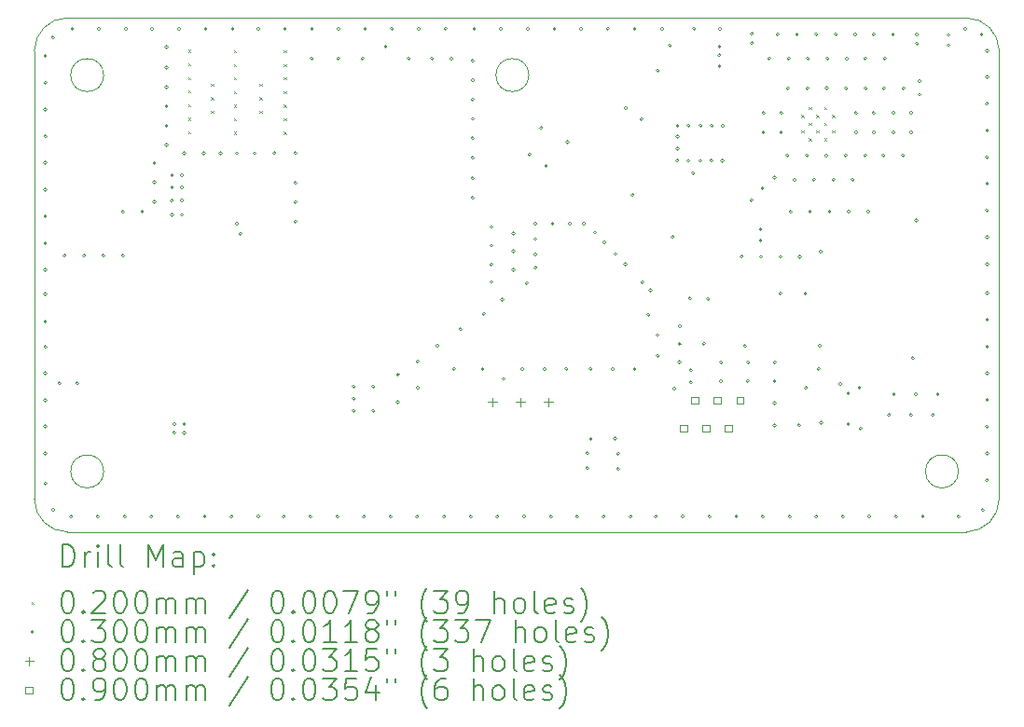
<source format=gbr>
%TF.GenerationSoftware,KiCad,Pcbnew,9.0.3*%
%TF.CreationDate,2025-11-06T12:11:46+01:00*%
%TF.ProjectId,modbus-to-x,6d6f6462-7573-42d7-946f-2d782e6b6963,rev?*%
%TF.SameCoordinates,Original*%
%TF.FileFunction,Drillmap*%
%TF.FilePolarity,Positive*%
%FSLAX45Y45*%
G04 Gerber Fmt 4.5, Leading zero omitted, Abs format (unit mm)*
G04 Created by KiCad (PCBNEW 9.0.3) date 2025-11-06 12:11:46*
%MOMM*%
%LPD*%
G01*
G04 APERTURE LIST*
%ADD10C,0.100000*%
%ADD11C,0.050000*%
%ADD12C,0.200000*%
G04 APERTURE END LIST*
D10*
X4790000Y-13420000D02*
G75*
G02*
X4490000Y-13120000I0J300000D01*
G01*
X13250000Y-13120000D02*
G75*
G02*
X12950000Y-13420000I-300000J0D01*
G01*
X12950000Y-8750000D02*
G75*
G02*
X13250000Y-9050000I0J-300000D01*
G01*
X4490000Y-9050000D02*
G75*
G02*
X4790000Y-8750000I300000J0D01*
G01*
X12950000Y-13420000D02*
X4790000Y-13420000D01*
X12950000Y-8750000D02*
X4790000Y-8750000D01*
D11*
X5120000Y-9270000D02*
G75*
G02*
X4820000Y-9270000I-150000J0D01*
G01*
X4820000Y-9270000D02*
G75*
G02*
X5120000Y-9270000I150000J0D01*
G01*
X5120000Y-12870000D02*
G75*
G02*
X4820000Y-12870000I-150000J0D01*
G01*
X4820000Y-12870000D02*
G75*
G02*
X5120000Y-12870000I150000J0D01*
G01*
X8980000Y-9270000D02*
G75*
G02*
X8680000Y-9270000I-150000J0D01*
G01*
X8680000Y-9270000D02*
G75*
G02*
X8980000Y-9270000I150000J0D01*
G01*
D10*
X13250000Y-9050000D02*
X13250000Y-13120000D01*
D11*
X12880000Y-12870000D02*
G75*
G02*
X12580000Y-12870000I-150000J0D01*
G01*
X12580000Y-12870000D02*
G75*
G02*
X12880000Y-12870000I150000J0D01*
G01*
D10*
X4490000Y-9050000D02*
X4490000Y-13120000D01*
D12*
D10*
X5885000Y-9040000D02*
X5905000Y-9060000D01*
X5905000Y-9040000D02*
X5885000Y-9060000D01*
X5885000Y-9163333D02*
X5905000Y-9183333D01*
X5905000Y-9163333D02*
X5885000Y-9183333D01*
X5885000Y-9286667D02*
X5905000Y-9306667D01*
X5905000Y-9286667D02*
X5885000Y-9306667D01*
X5885000Y-9410000D02*
X5905000Y-9430000D01*
X5905000Y-9410000D02*
X5885000Y-9430000D01*
X5885000Y-9533333D02*
X5905000Y-9553333D01*
X5905000Y-9533333D02*
X5885000Y-9553333D01*
X5885000Y-9656667D02*
X5905000Y-9676667D01*
X5905000Y-9656667D02*
X5885000Y-9676667D01*
X5885000Y-9780000D02*
X5905000Y-9800000D01*
X5905000Y-9780000D02*
X5885000Y-9800000D01*
X6095000Y-9346667D02*
X6115000Y-9366667D01*
X6115000Y-9346667D02*
X6095000Y-9366667D01*
X6095000Y-9470000D02*
X6115000Y-9490000D01*
X6115000Y-9470000D02*
X6095000Y-9490000D01*
X6095000Y-9593333D02*
X6115000Y-9613333D01*
X6115000Y-9593333D02*
X6095000Y-9613333D01*
X6300000Y-9045000D02*
X6320000Y-9065000D01*
X6320000Y-9045000D02*
X6300000Y-9065000D01*
X6300000Y-9168333D02*
X6320000Y-9188333D01*
X6320000Y-9168333D02*
X6300000Y-9188333D01*
X6300000Y-9291667D02*
X6320000Y-9311667D01*
X6320000Y-9291667D02*
X6300000Y-9311667D01*
X6300000Y-9415000D02*
X6320000Y-9435000D01*
X6320000Y-9415000D02*
X6300000Y-9435000D01*
X6300000Y-9538333D02*
X6320000Y-9558333D01*
X6320000Y-9538333D02*
X6300000Y-9558333D01*
X6300000Y-9661667D02*
X6320000Y-9681667D01*
X6320000Y-9661667D02*
X6300000Y-9681667D01*
X6300000Y-9785000D02*
X6320000Y-9805000D01*
X6320000Y-9785000D02*
X6300000Y-9805000D01*
X6535000Y-9346667D02*
X6555000Y-9366667D01*
X6555000Y-9346667D02*
X6535000Y-9366667D01*
X6535000Y-9470000D02*
X6555000Y-9490000D01*
X6555000Y-9470000D02*
X6535000Y-9490000D01*
X6535000Y-9593333D02*
X6555000Y-9613333D01*
X6555000Y-9593333D02*
X6535000Y-9613333D01*
X6755000Y-9045000D02*
X6775000Y-9065000D01*
X6775000Y-9045000D02*
X6755000Y-9065000D01*
X6755000Y-9168333D02*
X6775000Y-9188333D01*
X6775000Y-9168333D02*
X6755000Y-9188333D01*
X6755000Y-9291667D02*
X6775000Y-9311667D01*
X6775000Y-9291667D02*
X6755000Y-9311667D01*
X6755000Y-9415000D02*
X6775000Y-9435000D01*
X6775000Y-9415000D02*
X6755000Y-9435000D01*
X6755000Y-9538333D02*
X6775000Y-9558333D01*
X6775000Y-9538333D02*
X6755000Y-9558333D01*
X6755000Y-9661667D02*
X6775000Y-9681667D01*
X6775000Y-9661667D02*
X6755000Y-9681667D01*
X6755000Y-9785000D02*
X6775000Y-9805000D01*
X6775000Y-9785000D02*
X6755000Y-9805000D01*
X11453180Y-9632540D02*
X11473180Y-9652540D01*
X11473180Y-9632540D02*
X11453180Y-9652540D01*
X11453180Y-9772540D02*
X11473180Y-9792540D01*
X11473180Y-9772540D02*
X11453180Y-9792540D01*
X11523180Y-9562540D02*
X11543180Y-9582540D01*
X11543180Y-9562540D02*
X11523180Y-9582540D01*
X11523180Y-9702540D02*
X11543180Y-9722540D01*
X11543180Y-9702540D02*
X11523180Y-9722540D01*
X11523180Y-9842540D02*
X11543180Y-9862540D01*
X11543180Y-9842540D02*
X11523180Y-9862540D01*
X11590680Y-9632540D02*
X11610680Y-9652540D01*
X11610680Y-9632540D02*
X11590680Y-9652540D01*
X11590680Y-9772540D02*
X11610680Y-9792540D01*
X11610680Y-9772540D02*
X11590680Y-9792540D01*
X11663180Y-9562540D02*
X11683180Y-9582540D01*
X11683180Y-9562540D02*
X11663180Y-9582540D01*
X11663180Y-9702540D02*
X11683180Y-9722540D01*
X11683180Y-9702540D02*
X11663180Y-9722540D01*
X11663180Y-9842540D02*
X11683180Y-9862540D01*
X11683180Y-9842540D02*
X11663180Y-9862540D01*
X11733180Y-9632540D02*
X11753180Y-9652540D01*
X11753180Y-9632540D02*
X11733180Y-9652540D01*
X11733180Y-9772540D02*
X11753180Y-9792540D01*
X11753180Y-9772540D02*
X11733180Y-9792540D01*
X4605000Y-9096667D02*
G75*
G02*
X4575000Y-9096667I-15000J0D01*
G01*
X4575000Y-9096667D02*
G75*
G02*
X4605000Y-9096667I15000J0D01*
G01*
X4605000Y-9340000D02*
G75*
G02*
X4575000Y-9340000I-15000J0D01*
G01*
X4575000Y-9340000D02*
G75*
G02*
X4605000Y-9340000I15000J0D01*
G01*
X4605000Y-9583333D02*
G75*
G02*
X4575000Y-9583333I-15000J0D01*
G01*
X4575000Y-9583333D02*
G75*
G02*
X4605000Y-9583333I15000J0D01*
G01*
X4605000Y-9826667D02*
G75*
G02*
X4575000Y-9826667I-15000J0D01*
G01*
X4575000Y-9826667D02*
G75*
G02*
X4605000Y-9826667I15000J0D01*
G01*
X4605000Y-10066667D02*
G75*
G02*
X4575000Y-10066667I-15000J0D01*
G01*
X4575000Y-10066667D02*
G75*
G02*
X4605000Y-10066667I15000J0D01*
G01*
X4605000Y-10310000D02*
G75*
G02*
X4575000Y-10310000I-15000J0D01*
G01*
X4575000Y-10310000D02*
G75*
G02*
X4605000Y-10310000I15000J0D01*
G01*
X4605000Y-10553333D02*
G75*
G02*
X4575000Y-10553333I-15000J0D01*
G01*
X4575000Y-10553333D02*
G75*
G02*
X4605000Y-10553333I15000J0D01*
G01*
X4605000Y-10796667D02*
G75*
G02*
X4575000Y-10796667I-15000J0D01*
G01*
X4575000Y-10796667D02*
G75*
G02*
X4605000Y-10796667I15000J0D01*
G01*
X4605000Y-11040000D02*
G75*
G02*
X4575000Y-11040000I-15000J0D01*
G01*
X4575000Y-11040000D02*
G75*
G02*
X4605000Y-11040000I15000J0D01*
G01*
X4605000Y-11260000D02*
G75*
G02*
X4575000Y-11260000I-15000J0D01*
G01*
X4575000Y-11260000D02*
G75*
G02*
X4605000Y-11260000I15000J0D01*
G01*
X4605000Y-11510000D02*
G75*
G02*
X4575000Y-11510000I-15000J0D01*
G01*
X4575000Y-11510000D02*
G75*
G02*
X4605000Y-11510000I15000J0D01*
G01*
X4605000Y-11740000D02*
G75*
G02*
X4575000Y-11740000I-15000J0D01*
G01*
X4575000Y-11740000D02*
G75*
G02*
X4605000Y-11740000I15000J0D01*
G01*
X4605000Y-11980000D02*
G75*
G02*
X4575000Y-11980000I-15000J0D01*
G01*
X4575000Y-11980000D02*
G75*
G02*
X4605000Y-11980000I15000J0D01*
G01*
X4605000Y-12223333D02*
G75*
G02*
X4575000Y-12223333I-15000J0D01*
G01*
X4575000Y-12223333D02*
G75*
G02*
X4605000Y-12223333I15000J0D01*
G01*
X4605000Y-12460000D02*
G75*
G02*
X4575000Y-12460000I-15000J0D01*
G01*
X4575000Y-12460000D02*
G75*
G02*
X4605000Y-12460000I15000J0D01*
G01*
X4605000Y-12706667D02*
G75*
G02*
X4575000Y-12706667I-15000J0D01*
G01*
X4575000Y-12706667D02*
G75*
G02*
X4605000Y-12706667I15000J0D01*
G01*
X4605000Y-12980000D02*
G75*
G02*
X4575000Y-12980000I-15000J0D01*
G01*
X4575000Y-12980000D02*
G75*
G02*
X4605000Y-12980000I15000J0D01*
G01*
X4675000Y-8930000D02*
G75*
G02*
X4645000Y-8930000I-15000J0D01*
G01*
X4645000Y-8930000D02*
G75*
G02*
X4675000Y-8930000I15000J0D01*
G01*
X4675000Y-13220000D02*
G75*
G02*
X4645000Y-13220000I-15000J0D01*
G01*
X4645000Y-13220000D02*
G75*
G02*
X4675000Y-13220000I15000J0D01*
G01*
X4735000Y-12070000D02*
G75*
G02*
X4705000Y-12070000I-15000J0D01*
G01*
X4705000Y-12070000D02*
G75*
G02*
X4735000Y-12070000I15000J0D01*
G01*
X4781000Y-10910000D02*
G75*
G02*
X4751000Y-10910000I-15000J0D01*
G01*
X4751000Y-10910000D02*
G75*
G02*
X4781000Y-10910000I15000J0D01*
G01*
X4838333Y-13280000D02*
G75*
G02*
X4808333Y-13280000I-15000J0D01*
G01*
X4808333Y-13280000D02*
G75*
G02*
X4838333Y-13280000I15000J0D01*
G01*
X4848333Y-8850000D02*
G75*
G02*
X4818333Y-8850000I-15000J0D01*
G01*
X4818333Y-8850000D02*
G75*
G02*
X4848333Y-8850000I15000J0D01*
G01*
X4895000Y-12070000D02*
G75*
G02*
X4865000Y-12070000I-15000J0D01*
G01*
X4865000Y-12070000D02*
G75*
G02*
X4895000Y-12070000I15000J0D01*
G01*
X4957000Y-10910000D02*
G75*
G02*
X4927000Y-10910000I-15000J0D01*
G01*
X4927000Y-10910000D02*
G75*
G02*
X4957000Y-10910000I15000J0D01*
G01*
X5081667Y-13280000D02*
G75*
G02*
X5051667Y-13280000I-15000J0D01*
G01*
X5051667Y-13280000D02*
G75*
G02*
X5081667Y-13280000I15000J0D01*
G01*
X5091667Y-8850000D02*
G75*
G02*
X5061667Y-8850000I-15000J0D01*
G01*
X5061667Y-8850000D02*
G75*
G02*
X5091667Y-8850000I15000J0D01*
G01*
X5133000Y-10910000D02*
G75*
G02*
X5103000Y-10910000I-15000J0D01*
G01*
X5103000Y-10910000D02*
G75*
G02*
X5133000Y-10910000I15000J0D01*
G01*
X5309000Y-10510000D02*
G75*
G02*
X5279000Y-10510000I-15000J0D01*
G01*
X5279000Y-10510000D02*
G75*
G02*
X5309000Y-10510000I15000J0D01*
G01*
X5309000Y-10910000D02*
G75*
G02*
X5279000Y-10910000I-15000J0D01*
G01*
X5279000Y-10910000D02*
G75*
G02*
X5309000Y-10910000I15000J0D01*
G01*
X5325000Y-13280000D02*
G75*
G02*
X5295000Y-13280000I-15000J0D01*
G01*
X5295000Y-13280000D02*
G75*
G02*
X5325000Y-13280000I15000J0D01*
G01*
X5335000Y-8850000D02*
G75*
G02*
X5305000Y-8850000I-15000J0D01*
G01*
X5305000Y-8850000D02*
G75*
G02*
X5335000Y-8850000I15000J0D01*
G01*
X5485000Y-10510000D02*
G75*
G02*
X5455000Y-10510000I-15000J0D01*
G01*
X5455000Y-10510000D02*
G75*
G02*
X5485000Y-10510000I15000J0D01*
G01*
X5568333Y-13280000D02*
G75*
G02*
X5538333Y-13280000I-15000J0D01*
G01*
X5538333Y-13280000D02*
G75*
G02*
X5568333Y-13280000I15000J0D01*
G01*
X5575000Y-8850000D02*
G75*
G02*
X5545000Y-8850000I-15000J0D01*
G01*
X5545000Y-8850000D02*
G75*
G02*
X5575000Y-8850000I15000J0D01*
G01*
X5595000Y-10068000D02*
G75*
G02*
X5565000Y-10068000I-15000J0D01*
G01*
X5565000Y-10068000D02*
G75*
G02*
X5595000Y-10068000I15000J0D01*
G01*
X5595000Y-10244000D02*
G75*
G02*
X5565000Y-10244000I-15000J0D01*
G01*
X5565000Y-10244000D02*
G75*
G02*
X5595000Y-10244000I15000J0D01*
G01*
X5595000Y-10420000D02*
G75*
G02*
X5565000Y-10420000I-15000J0D01*
G01*
X5565000Y-10420000D02*
G75*
G02*
X5595000Y-10420000I15000J0D01*
G01*
X5705000Y-9014000D02*
G75*
G02*
X5675000Y-9014000I-15000J0D01*
G01*
X5675000Y-9014000D02*
G75*
G02*
X5705000Y-9014000I15000J0D01*
G01*
X5705000Y-9202000D02*
G75*
G02*
X5675000Y-9202000I-15000J0D01*
G01*
X5675000Y-9202000D02*
G75*
G02*
X5705000Y-9202000I15000J0D01*
G01*
X5705000Y-9378000D02*
G75*
G02*
X5675000Y-9378000I-15000J0D01*
G01*
X5675000Y-9378000D02*
G75*
G02*
X5705000Y-9378000I15000J0D01*
G01*
X5705000Y-9554000D02*
G75*
G02*
X5675000Y-9554000I-15000J0D01*
G01*
X5675000Y-9554000D02*
G75*
G02*
X5705000Y-9554000I15000J0D01*
G01*
X5705000Y-9730000D02*
G75*
G02*
X5675000Y-9730000I-15000J0D01*
G01*
X5675000Y-9730000D02*
G75*
G02*
X5705000Y-9730000I15000J0D01*
G01*
X5705000Y-9906000D02*
G75*
G02*
X5675000Y-9906000I-15000J0D01*
G01*
X5675000Y-9906000D02*
G75*
G02*
X5705000Y-9906000I15000J0D01*
G01*
X5755000Y-10180000D02*
G75*
G02*
X5725000Y-10180000I-15000J0D01*
G01*
X5725000Y-10180000D02*
G75*
G02*
X5755000Y-10180000I15000J0D01*
G01*
X5755000Y-10290000D02*
G75*
G02*
X5725000Y-10290000I-15000J0D01*
G01*
X5725000Y-10290000D02*
G75*
G02*
X5755000Y-10290000I15000J0D01*
G01*
X5755000Y-10410000D02*
G75*
G02*
X5725000Y-10410000I-15000J0D01*
G01*
X5725000Y-10410000D02*
G75*
G02*
X5755000Y-10410000I15000J0D01*
G01*
X5755000Y-10540000D02*
G75*
G02*
X5725000Y-10540000I-15000J0D01*
G01*
X5725000Y-10540000D02*
G75*
G02*
X5755000Y-10540000I15000J0D01*
G01*
X5775000Y-12440000D02*
G75*
G02*
X5745000Y-12440000I-15000J0D01*
G01*
X5745000Y-12440000D02*
G75*
G02*
X5775000Y-12440000I15000J0D01*
G01*
X5775000Y-12520000D02*
G75*
G02*
X5745000Y-12520000I-15000J0D01*
G01*
X5745000Y-12520000D02*
G75*
G02*
X5775000Y-12520000I15000J0D01*
G01*
X5808333Y-13280000D02*
G75*
G02*
X5778333Y-13280000I-15000J0D01*
G01*
X5778333Y-13280000D02*
G75*
G02*
X5808333Y-13280000I15000J0D01*
G01*
X5818333Y-8850000D02*
G75*
G02*
X5788333Y-8850000I-15000J0D01*
G01*
X5788333Y-8850000D02*
G75*
G02*
X5818333Y-8850000I15000J0D01*
G01*
X5845000Y-10180000D02*
G75*
G02*
X5815000Y-10180000I-15000J0D01*
G01*
X5815000Y-10180000D02*
G75*
G02*
X5845000Y-10180000I15000J0D01*
G01*
X5845000Y-10290000D02*
G75*
G02*
X5815000Y-10290000I-15000J0D01*
G01*
X5815000Y-10290000D02*
G75*
G02*
X5845000Y-10290000I15000J0D01*
G01*
X5845000Y-10410000D02*
G75*
G02*
X5815000Y-10410000I-15000J0D01*
G01*
X5815000Y-10410000D02*
G75*
G02*
X5845000Y-10410000I15000J0D01*
G01*
X5845000Y-10540000D02*
G75*
G02*
X5815000Y-10540000I-15000J0D01*
G01*
X5815000Y-10540000D02*
G75*
G02*
X5845000Y-10540000I15000J0D01*
G01*
X5865000Y-9980000D02*
G75*
G02*
X5835000Y-9980000I-15000J0D01*
G01*
X5835000Y-9980000D02*
G75*
G02*
X5865000Y-9980000I15000J0D01*
G01*
X5865000Y-12440000D02*
G75*
G02*
X5835000Y-12440000I-15000J0D01*
G01*
X5835000Y-12440000D02*
G75*
G02*
X5865000Y-12440000I15000J0D01*
G01*
X5865000Y-12520000D02*
G75*
G02*
X5835000Y-12520000I-15000J0D01*
G01*
X5835000Y-12520000D02*
G75*
G02*
X5865000Y-12520000I15000J0D01*
G01*
X6045000Y-9980000D02*
G75*
G02*
X6015000Y-9980000I-15000J0D01*
G01*
X6015000Y-9980000D02*
G75*
G02*
X6045000Y-9980000I15000J0D01*
G01*
X6051667Y-13280000D02*
G75*
G02*
X6021667Y-13280000I-15000J0D01*
G01*
X6021667Y-13280000D02*
G75*
G02*
X6051667Y-13280000I15000J0D01*
G01*
X6061667Y-8850000D02*
G75*
G02*
X6031667Y-8850000I-15000J0D01*
G01*
X6031667Y-8850000D02*
G75*
G02*
X6061667Y-8850000I15000J0D01*
G01*
X6195000Y-9980000D02*
G75*
G02*
X6165000Y-9980000I-15000J0D01*
G01*
X6165000Y-9980000D02*
G75*
G02*
X6195000Y-9980000I15000J0D01*
G01*
X6295000Y-13280000D02*
G75*
G02*
X6265000Y-13280000I-15000J0D01*
G01*
X6265000Y-13280000D02*
G75*
G02*
X6295000Y-13280000I15000J0D01*
G01*
X6305000Y-8850000D02*
G75*
G02*
X6275000Y-8850000I-15000J0D01*
G01*
X6275000Y-8850000D02*
G75*
G02*
X6305000Y-8850000I15000J0D01*
G01*
X6345000Y-9980000D02*
G75*
G02*
X6315000Y-9980000I-15000J0D01*
G01*
X6315000Y-9980000D02*
G75*
G02*
X6345000Y-9980000I15000J0D01*
G01*
X6345000Y-10620000D02*
G75*
G02*
X6315000Y-10620000I-15000J0D01*
G01*
X6315000Y-10620000D02*
G75*
G02*
X6345000Y-10620000I15000J0D01*
G01*
X6375000Y-10710000D02*
G75*
G02*
X6345000Y-10710000I-15000J0D01*
G01*
X6345000Y-10710000D02*
G75*
G02*
X6375000Y-10710000I15000J0D01*
G01*
X6505000Y-9980000D02*
G75*
G02*
X6475000Y-9980000I-15000J0D01*
G01*
X6475000Y-9980000D02*
G75*
G02*
X6505000Y-9980000I15000J0D01*
G01*
X6538333Y-8850000D02*
G75*
G02*
X6508333Y-8850000I-15000J0D01*
G01*
X6508333Y-8850000D02*
G75*
G02*
X6538333Y-8850000I15000J0D01*
G01*
X6538333Y-13280000D02*
G75*
G02*
X6508333Y-13280000I-15000J0D01*
G01*
X6508333Y-13280000D02*
G75*
G02*
X6538333Y-13280000I15000J0D01*
G01*
X6685000Y-9980000D02*
G75*
G02*
X6655000Y-9980000I-15000J0D01*
G01*
X6655000Y-9980000D02*
G75*
G02*
X6685000Y-9980000I15000J0D01*
G01*
X6768333Y-13280000D02*
G75*
G02*
X6738333Y-13280000I-15000J0D01*
G01*
X6738333Y-13280000D02*
G75*
G02*
X6768333Y-13280000I15000J0D01*
G01*
X6781667Y-8850000D02*
G75*
G02*
X6751667Y-8850000I-15000J0D01*
G01*
X6751667Y-8850000D02*
G75*
G02*
X6781667Y-8850000I15000J0D01*
G01*
X6875000Y-9980000D02*
G75*
G02*
X6845000Y-9980000I-15000J0D01*
G01*
X6845000Y-9980000D02*
G75*
G02*
X6875000Y-9980000I15000J0D01*
G01*
X6875000Y-10248000D02*
G75*
G02*
X6845000Y-10248000I-15000J0D01*
G01*
X6845000Y-10248000D02*
G75*
G02*
X6875000Y-10248000I15000J0D01*
G01*
X6875000Y-10424000D02*
G75*
G02*
X6845000Y-10424000I-15000J0D01*
G01*
X6845000Y-10424000D02*
G75*
G02*
X6875000Y-10424000I15000J0D01*
G01*
X6875000Y-10600000D02*
G75*
G02*
X6845000Y-10600000I-15000J0D01*
G01*
X6845000Y-10600000D02*
G75*
G02*
X6875000Y-10600000I15000J0D01*
G01*
X7011667Y-13280000D02*
G75*
G02*
X6981667Y-13280000I-15000J0D01*
G01*
X6981667Y-13280000D02*
G75*
G02*
X7011667Y-13280000I15000J0D01*
G01*
X7025000Y-8850000D02*
G75*
G02*
X6995000Y-8850000I-15000J0D01*
G01*
X6995000Y-8850000D02*
G75*
G02*
X7025000Y-8850000I15000J0D01*
G01*
X7025000Y-9120000D02*
G75*
G02*
X6995000Y-9120000I-15000J0D01*
G01*
X6995000Y-9120000D02*
G75*
G02*
X7025000Y-9120000I15000J0D01*
G01*
X7255000Y-13280000D02*
G75*
G02*
X7225000Y-13280000I-15000J0D01*
G01*
X7225000Y-13280000D02*
G75*
G02*
X7255000Y-13280000I15000J0D01*
G01*
X7265000Y-9120000D02*
G75*
G02*
X7235000Y-9120000I-15000J0D01*
G01*
X7235000Y-9120000D02*
G75*
G02*
X7265000Y-9120000I15000J0D01*
G01*
X7268333Y-8850000D02*
G75*
G02*
X7238333Y-8850000I-15000J0D01*
G01*
X7238333Y-8850000D02*
G75*
G02*
X7268333Y-8850000I15000J0D01*
G01*
X7405000Y-12100000D02*
G75*
G02*
X7375000Y-12100000I-15000J0D01*
G01*
X7375000Y-12100000D02*
G75*
G02*
X7405000Y-12100000I15000J0D01*
G01*
X7405000Y-12210000D02*
G75*
G02*
X7375000Y-12210000I-15000J0D01*
G01*
X7375000Y-12210000D02*
G75*
G02*
X7405000Y-12210000I15000J0D01*
G01*
X7405000Y-12320000D02*
G75*
G02*
X7375000Y-12320000I-15000J0D01*
G01*
X7375000Y-12320000D02*
G75*
G02*
X7405000Y-12320000I15000J0D01*
G01*
X7485000Y-9120000D02*
G75*
G02*
X7455000Y-9120000I-15000J0D01*
G01*
X7455000Y-9120000D02*
G75*
G02*
X7485000Y-9120000I15000J0D01*
G01*
X7498333Y-13280000D02*
G75*
G02*
X7468333Y-13280000I-15000J0D01*
G01*
X7468333Y-13280000D02*
G75*
G02*
X7498333Y-13280000I15000J0D01*
G01*
X7508333Y-8850000D02*
G75*
G02*
X7478333Y-8850000I-15000J0D01*
G01*
X7478333Y-8850000D02*
G75*
G02*
X7508333Y-8850000I15000J0D01*
G01*
X7581000Y-12100000D02*
G75*
G02*
X7551000Y-12100000I-15000J0D01*
G01*
X7551000Y-12100000D02*
G75*
G02*
X7581000Y-12100000I15000J0D01*
G01*
X7581000Y-12320000D02*
G75*
G02*
X7551000Y-12320000I-15000J0D01*
G01*
X7551000Y-12320000D02*
G75*
G02*
X7581000Y-12320000I15000J0D01*
G01*
X7695000Y-9010000D02*
G75*
G02*
X7665000Y-9010000I-15000J0D01*
G01*
X7665000Y-9010000D02*
G75*
G02*
X7695000Y-9010000I15000J0D01*
G01*
X7738333Y-13280000D02*
G75*
G02*
X7708333Y-13280000I-15000J0D01*
G01*
X7708333Y-13280000D02*
G75*
G02*
X7738333Y-13280000I15000J0D01*
G01*
X7751667Y-8850000D02*
G75*
G02*
X7721667Y-8850000I-15000J0D01*
G01*
X7721667Y-8850000D02*
G75*
G02*
X7751667Y-8850000I15000J0D01*
G01*
X7805000Y-11990000D02*
G75*
G02*
X7775000Y-11990000I-15000J0D01*
G01*
X7775000Y-11990000D02*
G75*
G02*
X7805000Y-11990000I15000J0D01*
G01*
X7805000Y-12240000D02*
G75*
G02*
X7775000Y-12240000I-15000J0D01*
G01*
X7775000Y-12240000D02*
G75*
G02*
X7805000Y-12240000I15000J0D01*
G01*
X7905000Y-9120000D02*
G75*
G02*
X7875000Y-9120000I-15000J0D01*
G01*
X7875000Y-9120000D02*
G75*
G02*
X7905000Y-9120000I15000J0D01*
G01*
X7981667Y-13280000D02*
G75*
G02*
X7951667Y-13280000I-15000J0D01*
G01*
X7951667Y-13280000D02*
G75*
G02*
X7981667Y-13280000I15000J0D01*
G01*
X7985000Y-11870000D02*
G75*
G02*
X7955000Y-11870000I-15000J0D01*
G01*
X7955000Y-11870000D02*
G75*
G02*
X7985000Y-11870000I15000J0D01*
G01*
X7985000Y-12110000D02*
G75*
G02*
X7955000Y-12110000I-15000J0D01*
G01*
X7955000Y-12110000D02*
G75*
G02*
X7985000Y-12110000I15000J0D01*
G01*
X7995000Y-8850000D02*
G75*
G02*
X7965000Y-8850000I-15000J0D01*
G01*
X7965000Y-8850000D02*
G75*
G02*
X7995000Y-8850000I15000J0D01*
G01*
X8115000Y-9120000D02*
G75*
G02*
X8085000Y-9120000I-15000J0D01*
G01*
X8085000Y-9120000D02*
G75*
G02*
X8115000Y-9120000I15000J0D01*
G01*
X8165000Y-11730000D02*
G75*
G02*
X8135000Y-11730000I-15000J0D01*
G01*
X8135000Y-11730000D02*
G75*
G02*
X8165000Y-11730000I15000J0D01*
G01*
X8225000Y-13280000D02*
G75*
G02*
X8195000Y-13280000I-15000J0D01*
G01*
X8195000Y-13280000D02*
G75*
G02*
X8225000Y-13280000I15000J0D01*
G01*
X8238333Y-8850000D02*
G75*
G02*
X8208333Y-8850000I-15000J0D01*
G01*
X8208333Y-8850000D02*
G75*
G02*
X8238333Y-8850000I15000J0D01*
G01*
X8291000Y-9120000D02*
G75*
G02*
X8261000Y-9120000I-15000J0D01*
G01*
X8261000Y-9120000D02*
G75*
G02*
X8291000Y-9120000I15000J0D01*
G01*
X8315000Y-11940000D02*
G75*
G02*
X8285000Y-11940000I-15000J0D01*
G01*
X8285000Y-11940000D02*
G75*
G02*
X8315000Y-11940000I15000J0D01*
G01*
X8375000Y-11580000D02*
G75*
G02*
X8345000Y-11580000I-15000J0D01*
G01*
X8345000Y-11580000D02*
G75*
G02*
X8375000Y-11580000I15000J0D01*
G01*
X8468333Y-13280000D02*
G75*
G02*
X8438333Y-13280000I-15000J0D01*
G01*
X8438333Y-13280000D02*
G75*
G02*
X8468333Y-13280000I15000J0D01*
G01*
X8485000Y-9140000D02*
G75*
G02*
X8455000Y-9140000I-15000J0D01*
G01*
X8455000Y-9140000D02*
G75*
G02*
X8485000Y-9140000I15000J0D01*
G01*
X8485000Y-9316000D02*
G75*
G02*
X8455000Y-9316000I-15000J0D01*
G01*
X8455000Y-9316000D02*
G75*
G02*
X8485000Y-9316000I15000J0D01*
G01*
X8485000Y-9492000D02*
G75*
G02*
X8455000Y-9492000I-15000J0D01*
G01*
X8455000Y-9492000D02*
G75*
G02*
X8485000Y-9492000I15000J0D01*
G01*
X8485000Y-9668000D02*
G75*
G02*
X8455000Y-9668000I-15000J0D01*
G01*
X8455000Y-9668000D02*
G75*
G02*
X8485000Y-9668000I15000J0D01*
G01*
X8485000Y-9844000D02*
G75*
G02*
X8455000Y-9844000I-15000J0D01*
G01*
X8455000Y-9844000D02*
G75*
G02*
X8485000Y-9844000I15000J0D01*
G01*
X8485000Y-10020000D02*
G75*
G02*
X8455000Y-10020000I-15000J0D01*
G01*
X8455000Y-10020000D02*
G75*
G02*
X8485000Y-10020000I15000J0D01*
G01*
X8485000Y-10208000D02*
G75*
G02*
X8455000Y-10208000I-15000J0D01*
G01*
X8455000Y-10208000D02*
G75*
G02*
X8485000Y-10208000I15000J0D01*
G01*
X8485000Y-10384000D02*
G75*
G02*
X8455000Y-10384000I-15000J0D01*
G01*
X8455000Y-10384000D02*
G75*
G02*
X8485000Y-10384000I15000J0D01*
G01*
X8498333Y-8850000D02*
G75*
G02*
X8468333Y-8850000I-15000J0D01*
G01*
X8468333Y-8850000D02*
G75*
G02*
X8498333Y-8850000I15000J0D01*
G01*
X8575000Y-11940000D02*
G75*
G02*
X8545000Y-11940000I-15000J0D01*
G01*
X8545000Y-11940000D02*
G75*
G02*
X8575000Y-11940000I15000J0D01*
G01*
X8585000Y-11440000D02*
G75*
G02*
X8555000Y-11440000I-15000J0D01*
G01*
X8555000Y-11440000D02*
G75*
G02*
X8585000Y-11440000I15000J0D01*
G01*
X8655000Y-10650000D02*
G75*
G02*
X8625000Y-10650000I-15000J0D01*
G01*
X8625000Y-10650000D02*
G75*
G02*
X8655000Y-10650000I15000J0D01*
G01*
X8655000Y-10820000D02*
G75*
G02*
X8625000Y-10820000I-15000J0D01*
G01*
X8625000Y-10820000D02*
G75*
G02*
X8655000Y-10820000I15000J0D01*
G01*
X8655000Y-10990000D02*
G75*
G02*
X8625000Y-10990000I-15000J0D01*
G01*
X8625000Y-10990000D02*
G75*
G02*
X8655000Y-10990000I15000J0D01*
G01*
X8655000Y-11150000D02*
G75*
G02*
X8625000Y-11150000I-15000J0D01*
G01*
X8625000Y-11150000D02*
G75*
G02*
X8655000Y-11150000I15000J0D01*
G01*
X8708333Y-13280000D02*
G75*
G02*
X8678333Y-13280000I-15000J0D01*
G01*
X8678333Y-13280000D02*
G75*
G02*
X8708333Y-13280000I15000J0D01*
G01*
X8741667Y-8850000D02*
G75*
G02*
X8711667Y-8850000I-15000J0D01*
G01*
X8711667Y-8850000D02*
G75*
G02*
X8741667Y-8850000I15000J0D01*
G01*
X8755000Y-11310000D02*
G75*
G02*
X8725000Y-11310000I-15000J0D01*
G01*
X8725000Y-11310000D02*
G75*
G02*
X8755000Y-11310000I15000J0D01*
G01*
X8765000Y-12030000D02*
G75*
G02*
X8735000Y-12030000I-15000J0D01*
G01*
X8735000Y-12030000D02*
G75*
G02*
X8765000Y-12030000I15000J0D01*
G01*
X8855000Y-10710000D02*
G75*
G02*
X8825000Y-10710000I-15000J0D01*
G01*
X8825000Y-10710000D02*
G75*
G02*
X8855000Y-10710000I15000J0D01*
G01*
X8855000Y-10870000D02*
G75*
G02*
X8825000Y-10870000I-15000J0D01*
G01*
X8825000Y-10870000D02*
G75*
G02*
X8855000Y-10870000I15000J0D01*
G01*
X8855000Y-11040000D02*
G75*
G02*
X8825000Y-11040000I-15000J0D01*
G01*
X8825000Y-11040000D02*
G75*
G02*
X8855000Y-11040000I15000J0D01*
G01*
X8935000Y-11940000D02*
G75*
G02*
X8905000Y-11940000I-15000J0D01*
G01*
X8905000Y-11940000D02*
G75*
G02*
X8935000Y-11940000I15000J0D01*
G01*
X8951667Y-13280000D02*
G75*
G02*
X8921667Y-13280000I-15000J0D01*
G01*
X8921667Y-13280000D02*
G75*
G02*
X8951667Y-13280000I15000J0D01*
G01*
X8975000Y-11160000D02*
G75*
G02*
X8945000Y-11160000I-15000J0D01*
G01*
X8945000Y-11160000D02*
G75*
G02*
X8975000Y-11160000I15000J0D01*
G01*
X8985000Y-8850000D02*
G75*
G02*
X8955000Y-8850000I-15000J0D01*
G01*
X8955000Y-8850000D02*
G75*
G02*
X8985000Y-8850000I15000J0D01*
G01*
X9000000Y-9990000D02*
G75*
G02*
X8970000Y-9990000I-15000J0D01*
G01*
X8970000Y-9990000D02*
G75*
G02*
X9000000Y-9990000I15000J0D01*
G01*
X9055000Y-10620000D02*
G75*
G02*
X9025000Y-10620000I-15000J0D01*
G01*
X9025000Y-10620000D02*
G75*
G02*
X9055000Y-10620000I15000J0D01*
G01*
X9055000Y-10760000D02*
G75*
G02*
X9025000Y-10760000I-15000J0D01*
G01*
X9025000Y-10760000D02*
G75*
G02*
X9055000Y-10760000I15000J0D01*
G01*
X9055000Y-10900000D02*
G75*
G02*
X9025000Y-10900000I-15000J0D01*
G01*
X9025000Y-10900000D02*
G75*
G02*
X9055000Y-10900000I15000J0D01*
G01*
X9055000Y-11020000D02*
G75*
G02*
X9025000Y-11020000I-15000J0D01*
G01*
X9025000Y-11020000D02*
G75*
G02*
X9055000Y-11020000I15000J0D01*
G01*
X9105000Y-9750000D02*
G75*
G02*
X9075000Y-9750000I-15000J0D01*
G01*
X9075000Y-9750000D02*
G75*
G02*
X9105000Y-9750000I15000J0D01*
G01*
X9137000Y-11940000D02*
G75*
G02*
X9107000Y-11940000I-15000J0D01*
G01*
X9107000Y-11940000D02*
G75*
G02*
X9137000Y-11940000I15000J0D01*
G01*
X9150000Y-10095000D02*
G75*
G02*
X9120000Y-10095000I-15000J0D01*
G01*
X9120000Y-10095000D02*
G75*
G02*
X9150000Y-10095000I15000J0D01*
G01*
X9195000Y-13280000D02*
G75*
G02*
X9165000Y-13280000I-15000J0D01*
G01*
X9165000Y-13280000D02*
G75*
G02*
X9195000Y-13280000I15000J0D01*
G01*
X9211000Y-10620000D02*
G75*
G02*
X9181000Y-10620000I-15000J0D01*
G01*
X9181000Y-10620000D02*
G75*
G02*
X9211000Y-10620000I15000J0D01*
G01*
X9228333Y-8850000D02*
G75*
G02*
X9198333Y-8850000I-15000J0D01*
G01*
X9198333Y-8850000D02*
G75*
G02*
X9228333Y-8850000I15000J0D01*
G01*
X9335000Y-11940000D02*
G75*
G02*
X9305000Y-11940000I-15000J0D01*
G01*
X9305000Y-11940000D02*
G75*
G02*
X9335000Y-11940000I15000J0D01*
G01*
X9345000Y-9880000D02*
G75*
G02*
X9315000Y-9880000I-15000J0D01*
G01*
X9315000Y-9880000D02*
G75*
G02*
X9345000Y-9880000I15000J0D01*
G01*
X9365000Y-10620000D02*
G75*
G02*
X9335000Y-10620000I-15000J0D01*
G01*
X9335000Y-10620000D02*
G75*
G02*
X9365000Y-10620000I15000J0D01*
G01*
X9431667Y-13280000D02*
G75*
G02*
X9401667Y-13280000I-15000J0D01*
G01*
X9401667Y-13280000D02*
G75*
G02*
X9431667Y-13280000I15000J0D01*
G01*
X9468333Y-8850000D02*
G75*
G02*
X9438333Y-8850000I-15000J0D01*
G01*
X9438333Y-8850000D02*
G75*
G02*
X9468333Y-8850000I15000J0D01*
G01*
X9495000Y-10620000D02*
G75*
G02*
X9465000Y-10620000I-15000J0D01*
G01*
X9465000Y-10620000D02*
G75*
G02*
X9495000Y-10620000I15000J0D01*
G01*
X9525000Y-12840000D02*
G75*
G02*
X9495000Y-12840000I-15000J0D01*
G01*
X9495000Y-12840000D02*
G75*
G02*
X9525000Y-12840000I15000J0D01*
G01*
X9525300Y-12705100D02*
G75*
G02*
X9495300Y-12705100I-15000J0D01*
G01*
X9495300Y-12705100D02*
G75*
G02*
X9525300Y-12705100I15000J0D01*
G01*
X9555000Y-11940000D02*
G75*
G02*
X9525000Y-11940000I-15000J0D01*
G01*
X9525000Y-11940000D02*
G75*
G02*
X9555000Y-11940000I15000J0D01*
G01*
X9556170Y-12575682D02*
G75*
G02*
X9526170Y-12575682I-15000J0D01*
G01*
X9526170Y-12575682D02*
G75*
G02*
X9556170Y-12575682I15000J0D01*
G01*
X9595000Y-10700000D02*
G75*
G02*
X9565000Y-10700000I-15000J0D01*
G01*
X9565000Y-10700000D02*
G75*
G02*
X9595000Y-10700000I15000J0D01*
G01*
X9675000Y-13280000D02*
G75*
G02*
X9645000Y-13280000I-15000J0D01*
G01*
X9645000Y-13280000D02*
G75*
G02*
X9675000Y-13280000I15000J0D01*
G01*
X9680000Y-10790000D02*
G75*
G02*
X9650000Y-10790000I-15000J0D01*
G01*
X9650000Y-10790000D02*
G75*
G02*
X9680000Y-10790000I15000J0D01*
G01*
X9711667Y-8850000D02*
G75*
G02*
X9681667Y-8850000I-15000J0D01*
G01*
X9681667Y-8850000D02*
G75*
G02*
X9711667Y-8850000I15000J0D01*
G01*
X9757000Y-11940000D02*
G75*
G02*
X9727000Y-11940000I-15000J0D01*
G01*
X9727000Y-11940000D02*
G75*
G02*
X9757000Y-11940000I15000J0D01*
G01*
X9777150Y-12573142D02*
G75*
G02*
X9747150Y-12573142I-15000J0D01*
G01*
X9747150Y-12573142D02*
G75*
G02*
X9777150Y-12573142I15000J0D01*
G01*
X9780000Y-10895000D02*
G75*
G02*
X9750000Y-10895000I-15000J0D01*
G01*
X9750000Y-10895000D02*
G75*
G02*
X9780000Y-10895000I15000J0D01*
G01*
X9804700Y-12710180D02*
G75*
G02*
X9774700Y-12710180I-15000J0D01*
G01*
X9774700Y-12710180D02*
G75*
G02*
X9804700Y-12710180I15000J0D01*
G01*
X9805000Y-12850000D02*
G75*
G02*
X9775000Y-12850000I-15000J0D01*
G01*
X9775000Y-12850000D02*
G75*
G02*
X9805000Y-12850000I15000J0D01*
G01*
X9870000Y-10990000D02*
G75*
G02*
X9840000Y-10990000I-15000J0D01*
G01*
X9840000Y-10990000D02*
G75*
G02*
X9870000Y-10990000I15000J0D01*
G01*
X9875000Y-9570000D02*
G75*
G02*
X9845000Y-9570000I-15000J0D01*
G01*
X9845000Y-9570000D02*
G75*
G02*
X9875000Y-9570000I15000J0D01*
G01*
X9918333Y-13280000D02*
G75*
G02*
X9888333Y-13280000I-15000J0D01*
G01*
X9888333Y-13280000D02*
G75*
G02*
X9918333Y-13280000I15000J0D01*
G01*
X9935000Y-10360000D02*
G75*
G02*
X9905000Y-10360000I-15000J0D01*
G01*
X9905000Y-10360000D02*
G75*
G02*
X9935000Y-10360000I15000J0D01*
G01*
X9955000Y-8850000D02*
G75*
G02*
X9925000Y-8850000I-15000J0D01*
G01*
X9925000Y-8850000D02*
G75*
G02*
X9955000Y-8850000I15000J0D01*
G01*
X9955000Y-11940000D02*
G75*
G02*
X9925000Y-11940000I-15000J0D01*
G01*
X9925000Y-11940000D02*
G75*
G02*
X9955000Y-11940000I15000J0D01*
G01*
X10015000Y-9670000D02*
G75*
G02*
X9985000Y-9670000I-15000J0D01*
G01*
X9985000Y-9670000D02*
G75*
G02*
X10015000Y-9670000I15000J0D01*
G01*
X10025000Y-11150000D02*
G75*
G02*
X9995000Y-11150000I-15000J0D01*
G01*
X9995000Y-11150000D02*
G75*
G02*
X10025000Y-11150000I15000J0D01*
G01*
X10078480Y-11447780D02*
G75*
G02*
X10048480Y-11447780I-15000J0D01*
G01*
X10048480Y-11447780D02*
G75*
G02*
X10078480Y-11447780I15000J0D01*
G01*
X10100000Y-11225000D02*
G75*
G02*
X10070000Y-11225000I-15000J0D01*
G01*
X10070000Y-11225000D02*
G75*
G02*
X10100000Y-11225000I15000J0D01*
G01*
X10148333Y-13280000D02*
G75*
G02*
X10118333Y-13280000I-15000J0D01*
G01*
X10118333Y-13280000D02*
G75*
G02*
X10148333Y-13280000I15000J0D01*
G01*
X10163260Y-11630660D02*
G75*
G02*
X10133260Y-11630660I-15000J0D01*
G01*
X10133260Y-11630660D02*
G75*
G02*
X10163260Y-11630660I15000J0D01*
G01*
X10164840Y-11818620D02*
G75*
G02*
X10134840Y-11818620I-15000J0D01*
G01*
X10134840Y-11818620D02*
G75*
G02*
X10164840Y-11818620I15000J0D01*
G01*
X10165000Y-9230000D02*
G75*
G02*
X10135000Y-9230000I-15000J0D01*
G01*
X10135000Y-9230000D02*
G75*
G02*
X10165000Y-9230000I15000J0D01*
G01*
X10205000Y-8850000D02*
G75*
G02*
X10175000Y-8850000I-15000J0D01*
G01*
X10175000Y-8850000D02*
G75*
G02*
X10205000Y-8850000I15000J0D01*
G01*
X10275000Y-9000000D02*
G75*
G02*
X10245000Y-9000000I-15000J0D01*
G01*
X10245000Y-9000000D02*
G75*
G02*
X10275000Y-9000000I15000J0D01*
G01*
X10300000Y-10740000D02*
G75*
G02*
X10270000Y-10740000I-15000J0D01*
G01*
X10270000Y-10740000D02*
G75*
G02*
X10300000Y-10740000I15000J0D01*
G01*
X10315000Y-12120000D02*
G75*
G02*
X10285000Y-12120000I-15000J0D01*
G01*
X10285000Y-12120000D02*
G75*
G02*
X10315000Y-12120000I15000J0D01*
G01*
X10341855Y-10047821D02*
G75*
G02*
X10311855Y-10047821I-15000J0D01*
G01*
X10311855Y-10047821D02*
G75*
G02*
X10341855Y-10047821I15000J0D01*
G01*
X10345000Y-9730000D02*
G75*
G02*
X10315000Y-9730000I-15000J0D01*
G01*
X10315000Y-9730000D02*
G75*
G02*
X10345000Y-9730000I15000J0D01*
G01*
X10345000Y-9830000D02*
G75*
G02*
X10315000Y-9830000I-15000J0D01*
G01*
X10315000Y-9830000D02*
G75*
G02*
X10345000Y-9830000I15000J0D01*
G01*
X10345000Y-9940000D02*
G75*
G02*
X10315000Y-9940000I-15000J0D01*
G01*
X10315000Y-9940000D02*
G75*
G02*
X10345000Y-9940000I15000J0D01*
G01*
X10361990Y-11713630D02*
G75*
G02*
X10331990Y-11713630I-15000J0D01*
G01*
X10331990Y-11713630D02*
G75*
G02*
X10361990Y-11713630I15000J0D01*
G01*
X10361990Y-11877460D02*
G75*
G02*
X10331990Y-11877460I-15000J0D01*
G01*
X10331990Y-11877460D02*
G75*
G02*
X10361990Y-11877460I15000J0D01*
G01*
X10365500Y-11551920D02*
G75*
G02*
X10335500Y-11551920I-15000J0D01*
G01*
X10335500Y-11551920D02*
G75*
G02*
X10365500Y-11551920I15000J0D01*
G01*
X10391667Y-13280000D02*
G75*
G02*
X10361667Y-13280000I-15000J0D01*
G01*
X10361667Y-13280000D02*
G75*
G02*
X10391667Y-13280000I15000J0D01*
G01*
X10441855Y-10047821D02*
G75*
G02*
X10411855Y-10047821I-15000J0D01*
G01*
X10411855Y-10047821D02*
G75*
G02*
X10441855Y-10047821I15000J0D01*
G01*
X10445000Y-9730000D02*
G75*
G02*
X10415000Y-9730000I-15000J0D01*
G01*
X10415000Y-9730000D02*
G75*
G02*
X10445000Y-9730000I15000J0D01*
G01*
X10456160Y-11298340D02*
G75*
G02*
X10426160Y-11298340I-15000J0D01*
G01*
X10426160Y-11298340D02*
G75*
G02*
X10456160Y-11298340I15000J0D01*
G01*
X10465000Y-11950000D02*
G75*
G02*
X10435000Y-11950000I-15000J0D01*
G01*
X10435000Y-11950000D02*
G75*
G02*
X10465000Y-11950000I15000J0D01*
G01*
X10465000Y-12060000D02*
G75*
G02*
X10435000Y-12060000I-15000J0D01*
G01*
X10435000Y-12060000D02*
G75*
G02*
X10465000Y-12060000I15000J0D01*
G01*
X10485000Y-10160000D02*
G75*
G02*
X10455000Y-10160000I-15000J0D01*
G01*
X10455000Y-10160000D02*
G75*
G02*
X10485000Y-10160000I15000J0D01*
G01*
X10495000Y-8850000D02*
G75*
G02*
X10465000Y-8850000I-15000J0D01*
G01*
X10465000Y-8850000D02*
G75*
G02*
X10495000Y-8850000I15000J0D01*
G01*
X10551855Y-10047821D02*
G75*
G02*
X10521855Y-10047821I-15000J0D01*
G01*
X10521855Y-10047821D02*
G75*
G02*
X10551855Y-10047821I15000J0D01*
G01*
X10555000Y-9730000D02*
G75*
G02*
X10525000Y-9730000I-15000J0D01*
G01*
X10525000Y-9730000D02*
G75*
G02*
X10555000Y-9730000I15000J0D01*
G01*
X10585000Y-11710000D02*
G75*
G02*
X10555000Y-11710000I-15000J0D01*
G01*
X10555000Y-11710000D02*
G75*
G02*
X10585000Y-11710000I15000J0D01*
G01*
X10622040Y-11303000D02*
G75*
G02*
X10592040Y-11303000I-15000J0D01*
G01*
X10592040Y-11303000D02*
G75*
G02*
X10622040Y-11303000I15000J0D01*
G01*
X10635000Y-13280000D02*
G75*
G02*
X10605000Y-13280000I-15000J0D01*
G01*
X10605000Y-13280000D02*
G75*
G02*
X10635000Y-13280000I15000J0D01*
G01*
X10651855Y-10047821D02*
G75*
G02*
X10621855Y-10047821I-15000J0D01*
G01*
X10621855Y-10047821D02*
G75*
G02*
X10651855Y-10047821I15000J0D01*
G01*
X10655000Y-9730000D02*
G75*
G02*
X10625000Y-9730000I-15000J0D01*
G01*
X10625000Y-9730000D02*
G75*
G02*
X10655000Y-9730000I15000J0D01*
G01*
X10725000Y-9010000D02*
G75*
G02*
X10695000Y-9010000I-15000J0D01*
G01*
X10695000Y-9010000D02*
G75*
G02*
X10725000Y-9010000I15000J0D01*
G01*
X10725000Y-9090000D02*
G75*
G02*
X10695000Y-9090000I-15000J0D01*
G01*
X10695000Y-9090000D02*
G75*
G02*
X10725000Y-9090000I15000J0D01*
G01*
X10725000Y-9190000D02*
G75*
G02*
X10695000Y-9190000I-15000J0D01*
G01*
X10695000Y-9190000D02*
G75*
G02*
X10725000Y-9190000I15000J0D01*
G01*
X10730000Y-8850000D02*
G75*
G02*
X10700000Y-8850000I-15000J0D01*
G01*
X10700000Y-8850000D02*
G75*
G02*
X10730000Y-8850000I15000J0D01*
G01*
X10738333Y-12050000D02*
G75*
G02*
X10708333Y-12050000I-15000J0D01*
G01*
X10708333Y-12050000D02*
G75*
G02*
X10738333Y-12050000I15000J0D01*
G01*
X10741667Y-11880000D02*
G75*
G02*
X10711667Y-11880000I-15000J0D01*
G01*
X10711667Y-11880000D02*
G75*
G02*
X10741667Y-11880000I15000J0D01*
G01*
X10751855Y-10047821D02*
G75*
G02*
X10721855Y-10047821I-15000J0D01*
G01*
X10721855Y-10047821D02*
G75*
G02*
X10751855Y-10047821I15000J0D01*
G01*
X10755000Y-9730000D02*
G75*
G02*
X10725000Y-9730000I-15000J0D01*
G01*
X10725000Y-9730000D02*
G75*
G02*
X10755000Y-9730000I15000J0D01*
G01*
X10878333Y-13280000D02*
G75*
G02*
X10848333Y-13280000I-15000J0D01*
G01*
X10848333Y-13280000D02*
G75*
G02*
X10878333Y-13280000I15000J0D01*
G01*
X10927000Y-10920000D02*
G75*
G02*
X10897000Y-10920000I-15000J0D01*
G01*
X10897000Y-10920000D02*
G75*
G02*
X10927000Y-10920000I15000J0D01*
G01*
X10955720Y-11729720D02*
G75*
G02*
X10925720Y-11729720I-15000J0D01*
G01*
X10925720Y-11729720D02*
G75*
G02*
X10955720Y-11729720I15000J0D01*
G01*
X10981667Y-12050000D02*
G75*
G02*
X10951667Y-12050000I-15000J0D01*
G01*
X10951667Y-12050000D02*
G75*
G02*
X10981667Y-12050000I15000J0D01*
G01*
X10985000Y-11880000D02*
G75*
G02*
X10955000Y-11880000I-15000J0D01*
G01*
X10955000Y-11880000D02*
G75*
G02*
X10985000Y-11880000I15000J0D01*
G01*
X11016582Y-10406999D02*
G75*
G02*
X10986582Y-10406999I-15000J0D01*
G01*
X10986582Y-10406999D02*
G75*
G02*
X11016582Y-10406999I15000J0D01*
G01*
X11018280Y-8895080D02*
G75*
G02*
X10988280Y-8895080I-15000J0D01*
G01*
X10988280Y-8895080D02*
G75*
G02*
X11018280Y-8895080I15000J0D01*
G01*
X11018280Y-8980000D02*
G75*
G02*
X10988280Y-8980000I-15000J0D01*
G01*
X10988280Y-8980000D02*
G75*
G02*
X11018280Y-8980000I15000J0D01*
G01*
X11099560Y-10670540D02*
G75*
G02*
X11069560Y-10670540I-15000J0D01*
G01*
X11069560Y-10670540D02*
G75*
G02*
X11099560Y-10670540I15000J0D01*
G01*
X11099560Y-10772140D02*
G75*
G02*
X11069560Y-10772140I-15000J0D01*
G01*
X11069560Y-10772140D02*
G75*
G02*
X11099560Y-10772140I15000J0D01*
G01*
X11103000Y-10920000D02*
G75*
G02*
X11073000Y-10920000I-15000J0D01*
G01*
X11073000Y-10920000D02*
G75*
G02*
X11103000Y-10920000I15000J0D01*
G01*
X11115000Y-10300000D02*
G75*
G02*
X11085000Y-10300000I-15000J0D01*
G01*
X11085000Y-10300000D02*
G75*
G02*
X11115000Y-10300000I15000J0D01*
G01*
X11118333Y-13280000D02*
G75*
G02*
X11088333Y-13280000I-15000J0D01*
G01*
X11088333Y-13280000D02*
G75*
G02*
X11118333Y-13280000I15000J0D01*
G01*
X11125000Y-9614000D02*
G75*
G02*
X11095000Y-9614000I-15000J0D01*
G01*
X11095000Y-9614000D02*
G75*
G02*
X11125000Y-9614000I15000J0D01*
G01*
X11125000Y-9790000D02*
G75*
G02*
X11095000Y-9790000I-15000J0D01*
G01*
X11095000Y-9790000D02*
G75*
G02*
X11125000Y-9790000I15000J0D01*
G01*
X11177000Y-9120000D02*
G75*
G02*
X11147000Y-9120000I-15000J0D01*
G01*
X11147000Y-9120000D02*
G75*
G02*
X11177000Y-9120000I15000J0D01*
G01*
X11225000Y-10200000D02*
G75*
G02*
X11195000Y-10200000I-15000J0D01*
G01*
X11195000Y-10200000D02*
G75*
G02*
X11225000Y-10200000I15000J0D01*
G01*
X11225000Y-12050000D02*
G75*
G02*
X11195000Y-12050000I-15000J0D01*
G01*
X11195000Y-12050000D02*
G75*
G02*
X11225000Y-12050000I15000J0D01*
G01*
X11225000Y-12250000D02*
G75*
G02*
X11195000Y-12250000I-15000J0D01*
G01*
X11195000Y-12250000D02*
G75*
G02*
X11225000Y-12250000I15000J0D01*
G01*
X11225000Y-12453333D02*
G75*
G02*
X11195000Y-12453333I-15000J0D01*
G01*
X11195000Y-12453333D02*
G75*
G02*
X11225000Y-12453333I15000J0D01*
G01*
X11228333Y-11880000D02*
G75*
G02*
X11198333Y-11880000I-15000J0D01*
G01*
X11198333Y-11880000D02*
G75*
G02*
X11228333Y-11880000I15000J0D01*
G01*
X11253000Y-8900000D02*
G75*
G02*
X11223000Y-8900000I-15000J0D01*
G01*
X11223000Y-8900000D02*
G75*
G02*
X11253000Y-8900000I15000J0D01*
G01*
X11277395Y-11253780D02*
G75*
G02*
X11247395Y-11253780I-15000J0D01*
G01*
X11247395Y-11253780D02*
G75*
G02*
X11277395Y-11253780I15000J0D01*
G01*
X11279000Y-10920000D02*
G75*
G02*
X11249000Y-10920000I-15000J0D01*
G01*
X11249000Y-10920000D02*
G75*
G02*
X11279000Y-10920000I15000J0D01*
G01*
X11285000Y-9614000D02*
G75*
G02*
X11255000Y-9614000I-15000J0D01*
G01*
X11255000Y-9614000D02*
G75*
G02*
X11285000Y-9614000I15000J0D01*
G01*
X11285000Y-9790000D02*
G75*
G02*
X11255000Y-9790000I-15000J0D01*
G01*
X11255000Y-9790000D02*
G75*
G02*
X11285000Y-9790000I15000J0D01*
G01*
X11343000Y-10000000D02*
G75*
G02*
X11313000Y-10000000I-15000J0D01*
G01*
X11313000Y-10000000D02*
G75*
G02*
X11343000Y-10000000I15000J0D01*
G01*
X11347000Y-9390000D02*
G75*
G02*
X11317000Y-9390000I-15000J0D01*
G01*
X11317000Y-9390000D02*
G75*
G02*
X11347000Y-9390000I15000J0D01*
G01*
X11353000Y-9120000D02*
G75*
G02*
X11323000Y-9120000I-15000J0D01*
G01*
X11323000Y-9120000D02*
G75*
G02*
X11353000Y-9120000I15000J0D01*
G01*
X11361667Y-13280000D02*
G75*
G02*
X11331667Y-13280000I-15000J0D01*
G01*
X11331667Y-13280000D02*
G75*
G02*
X11361667Y-13280000I15000J0D01*
G01*
X11371000Y-10510000D02*
G75*
G02*
X11341000Y-10510000I-15000J0D01*
G01*
X11341000Y-10510000D02*
G75*
G02*
X11371000Y-10510000I15000J0D01*
G01*
X11407000Y-10220000D02*
G75*
G02*
X11377000Y-10220000I-15000J0D01*
G01*
X11377000Y-10220000D02*
G75*
G02*
X11407000Y-10220000I15000J0D01*
G01*
X11429000Y-8900000D02*
G75*
G02*
X11399000Y-8900000I-15000J0D01*
G01*
X11399000Y-8900000D02*
G75*
G02*
X11429000Y-8900000I15000J0D01*
G01*
X11447601Y-12451631D02*
G75*
G02*
X11417601Y-12451631I-15000J0D01*
G01*
X11417601Y-12451631D02*
G75*
G02*
X11447601Y-12451631I15000J0D01*
G01*
X11455000Y-10920000D02*
G75*
G02*
X11425000Y-10920000I-15000J0D01*
G01*
X11425000Y-10920000D02*
G75*
G02*
X11455000Y-10920000I15000J0D01*
G01*
X11505000Y-11255000D02*
G75*
G02*
X11475000Y-11255000I-15000J0D01*
G01*
X11475000Y-11255000D02*
G75*
G02*
X11505000Y-11255000I15000J0D01*
G01*
X11510670Y-12112068D02*
G75*
G02*
X11480670Y-12112068I-15000J0D01*
G01*
X11480670Y-12112068D02*
G75*
G02*
X11510670Y-12112068I15000J0D01*
G01*
X11519000Y-10000000D02*
G75*
G02*
X11489000Y-10000000I-15000J0D01*
G01*
X11489000Y-10000000D02*
G75*
G02*
X11519000Y-10000000I15000J0D01*
G01*
X11523000Y-9390000D02*
G75*
G02*
X11493000Y-9390000I-15000J0D01*
G01*
X11493000Y-9390000D02*
G75*
G02*
X11523000Y-9390000I15000J0D01*
G01*
X11529000Y-9120000D02*
G75*
G02*
X11499000Y-9120000I-15000J0D01*
G01*
X11499000Y-9120000D02*
G75*
G02*
X11529000Y-9120000I15000J0D01*
G01*
X11547000Y-10510000D02*
G75*
G02*
X11517000Y-10510000I-15000J0D01*
G01*
X11517000Y-10510000D02*
G75*
G02*
X11547000Y-10510000I15000J0D01*
G01*
X11583000Y-10220000D02*
G75*
G02*
X11553000Y-10220000I-15000J0D01*
G01*
X11553000Y-10220000D02*
G75*
G02*
X11583000Y-10220000I15000J0D01*
G01*
X11605000Y-8900000D02*
G75*
G02*
X11575000Y-8900000I-15000J0D01*
G01*
X11575000Y-8900000D02*
G75*
G02*
X11605000Y-8900000I15000J0D01*
G01*
X11605000Y-13280000D02*
G75*
G02*
X11575000Y-13280000I-15000J0D01*
G01*
X11575000Y-13280000D02*
G75*
G02*
X11605000Y-13280000I15000J0D01*
G01*
X11625000Y-11940000D02*
G75*
G02*
X11595000Y-11940000I-15000J0D01*
G01*
X11595000Y-11940000D02*
G75*
G02*
X11625000Y-11940000I15000J0D01*
G01*
X11635500Y-11728570D02*
G75*
G02*
X11605500Y-11728570I-15000J0D01*
G01*
X11605500Y-11728570D02*
G75*
G02*
X11635500Y-11728570I15000J0D01*
G01*
X11643120Y-10873740D02*
G75*
G02*
X11613120Y-10873740I-15000J0D01*
G01*
X11613120Y-10873740D02*
G75*
G02*
X11643120Y-10873740I15000J0D01*
G01*
X11648213Y-12429373D02*
G75*
G02*
X11618213Y-12429373I-15000J0D01*
G01*
X11618213Y-12429373D02*
G75*
G02*
X11648213Y-12429373I15000J0D01*
G01*
X11695000Y-10000000D02*
G75*
G02*
X11665000Y-10000000I-15000J0D01*
G01*
X11665000Y-10000000D02*
G75*
G02*
X11695000Y-10000000I15000J0D01*
G01*
X11699000Y-9390000D02*
G75*
G02*
X11669000Y-9390000I-15000J0D01*
G01*
X11669000Y-9390000D02*
G75*
G02*
X11699000Y-9390000I15000J0D01*
G01*
X11705000Y-9120000D02*
G75*
G02*
X11675000Y-9120000I-15000J0D01*
G01*
X11675000Y-9120000D02*
G75*
G02*
X11705000Y-9120000I15000J0D01*
G01*
X11723000Y-10510000D02*
G75*
G02*
X11693000Y-10510000I-15000J0D01*
G01*
X11693000Y-10510000D02*
G75*
G02*
X11723000Y-10510000I15000J0D01*
G01*
X11759000Y-10220000D02*
G75*
G02*
X11729000Y-10220000I-15000J0D01*
G01*
X11729000Y-10220000D02*
G75*
G02*
X11759000Y-10220000I15000J0D01*
G01*
X11781000Y-8900000D02*
G75*
G02*
X11751000Y-8900000I-15000J0D01*
G01*
X11751000Y-8900000D02*
G75*
G02*
X11781000Y-8900000I15000J0D01*
G01*
X11823170Y-12077311D02*
G75*
G02*
X11793170Y-12077311I-15000J0D01*
G01*
X11793170Y-12077311D02*
G75*
G02*
X11823170Y-12077311I15000J0D01*
G01*
X11845000Y-13280000D02*
G75*
G02*
X11815000Y-13280000I-15000J0D01*
G01*
X11815000Y-13280000D02*
G75*
G02*
X11845000Y-13280000I15000J0D01*
G01*
X11871000Y-10000000D02*
G75*
G02*
X11841000Y-10000000I-15000J0D01*
G01*
X11841000Y-10000000D02*
G75*
G02*
X11871000Y-10000000I15000J0D01*
G01*
X11875000Y-9390000D02*
G75*
G02*
X11845000Y-9390000I-15000J0D01*
G01*
X11845000Y-9390000D02*
G75*
G02*
X11875000Y-9390000I15000J0D01*
G01*
X11881000Y-9120000D02*
G75*
G02*
X11851000Y-9120000I-15000J0D01*
G01*
X11851000Y-9120000D02*
G75*
G02*
X11881000Y-9120000I15000J0D01*
G01*
X11895000Y-12160000D02*
G75*
G02*
X11865000Y-12160000I-15000J0D01*
G01*
X11865000Y-12160000D02*
G75*
G02*
X11895000Y-12160000I15000J0D01*
G01*
X11895000Y-12440000D02*
G75*
G02*
X11865000Y-12440000I-15000J0D01*
G01*
X11865000Y-12440000D02*
G75*
G02*
X11895000Y-12440000I15000J0D01*
G01*
X11899000Y-10510000D02*
G75*
G02*
X11869000Y-10510000I-15000J0D01*
G01*
X11869000Y-10510000D02*
G75*
G02*
X11899000Y-10510000I15000J0D01*
G01*
X11935000Y-10220000D02*
G75*
G02*
X11905000Y-10220000I-15000J0D01*
G01*
X11905000Y-10220000D02*
G75*
G02*
X11935000Y-10220000I15000J0D01*
G01*
X11957000Y-8900000D02*
G75*
G02*
X11927000Y-8900000I-15000J0D01*
G01*
X11927000Y-8900000D02*
G75*
G02*
X11957000Y-8900000I15000J0D01*
G01*
X11965000Y-9614000D02*
G75*
G02*
X11935000Y-9614000I-15000J0D01*
G01*
X11935000Y-9614000D02*
G75*
G02*
X11965000Y-9614000I15000J0D01*
G01*
X11965000Y-9790000D02*
G75*
G02*
X11935000Y-9790000I-15000J0D01*
G01*
X11935000Y-9790000D02*
G75*
G02*
X11965000Y-9790000I15000J0D01*
G01*
X11995000Y-12110000D02*
G75*
G02*
X11965000Y-12110000I-15000J0D01*
G01*
X11965000Y-12110000D02*
G75*
G02*
X11995000Y-12110000I15000J0D01*
G01*
X12005000Y-12480000D02*
G75*
G02*
X11975000Y-12480000I-15000J0D01*
G01*
X11975000Y-12480000D02*
G75*
G02*
X12005000Y-12480000I15000J0D01*
G01*
X12047000Y-10000000D02*
G75*
G02*
X12017000Y-10000000I-15000J0D01*
G01*
X12017000Y-10000000D02*
G75*
G02*
X12047000Y-10000000I15000J0D01*
G01*
X12049000Y-9120000D02*
G75*
G02*
X12019000Y-9120000I-15000J0D01*
G01*
X12019000Y-9120000D02*
G75*
G02*
X12049000Y-9120000I15000J0D01*
G01*
X12051000Y-9390000D02*
G75*
G02*
X12021000Y-9390000I-15000J0D01*
G01*
X12021000Y-9390000D02*
G75*
G02*
X12051000Y-9390000I15000J0D01*
G01*
X12075000Y-10510000D02*
G75*
G02*
X12045000Y-10510000I-15000J0D01*
G01*
X12045000Y-10510000D02*
G75*
G02*
X12075000Y-10510000I15000J0D01*
G01*
X12085000Y-13280000D02*
G75*
G02*
X12055000Y-13280000I-15000J0D01*
G01*
X12055000Y-13280000D02*
G75*
G02*
X12085000Y-13280000I15000J0D01*
G01*
X12125000Y-8900000D02*
G75*
G02*
X12095000Y-8900000I-15000J0D01*
G01*
X12095000Y-8900000D02*
G75*
G02*
X12125000Y-8900000I15000J0D01*
G01*
X12125000Y-9614000D02*
G75*
G02*
X12095000Y-9614000I-15000J0D01*
G01*
X12095000Y-9614000D02*
G75*
G02*
X12125000Y-9614000I15000J0D01*
G01*
X12125000Y-9790000D02*
G75*
G02*
X12095000Y-9790000I-15000J0D01*
G01*
X12095000Y-9790000D02*
G75*
G02*
X12125000Y-9790000I15000J0D01*
G01*
X12215000Y-10000000D02*
G75*
G02*
X12185000Y-10000000I-15000J0D01*
G01*
X12185000Y-10000000D02*
G75*
G02*
X12215000Y-10000000I15000J0D01*
G01*
X12219000Y-9390000D02*
G75*
G02*
X12189000Y-9390000I-15000J0D01*
G01*
X12189000Y-9390000D02*
G75*
G02*
X12219000Y-9390000I15000J0D01*
G01*
X12225000Y-9120000D02*
G75*
G02*
X12195000Y-9120000I-15000J0D01*
G01*
X12195000Y-9120000D02*
G75*
G02*
X12225000Y-9120000I15000J0D01*
G01*
X12265845Y-12357520D02*
G75*
G02*
X12235845Y-12357520I-15000J0D01*
G01*
X12235845Y-12357520D02*
G75*
G02*
X12265845Y-12357520I15000J0D01*
G01*
X12301000Y-8900000D02*
G75*
G02*
X12271000Y-8900000I-15000J0D01*
G01*
X12271000Y-8900000D02*
G75*
G02*
X12301000Y-8900000I15000J0D01*
G01*
X12305000Y-9614000D02*
G75*
G02*
X12275000Y-9614000I-15000J0D01*
G01*
X12275000Y-9614000D02*
G75*
G02*
X12305000Y-9614000I15000J0D01*
G01*
X12305000Y-9790000D02*
G75*
G02*
X12275000Y-9790000I-15000J0D01*
G01*
X12275000Y-9790000D02*
G75*
G02*
X12305000Y-9790000I15000J0D01*
G01*
X12307365Y-12169560D02*
G75*
G02*
X12277365Y-12169560I-15000J0D01*
G01*
X12277365Y-12169560D02*
G75*
G02*
X12307365Y-12169560I15000J0D01*
G01*
X12328333Y-13280000D02*
G75*
G02*
X12298333Y-13280000I-15000J0D01*
G01*
X12298333Y-13280000D02*
G75*
G02*
X12328333Y-13280000I15000J0D01*
G01*
X12391000Y-10000000D02*
G75*
G02*
X12361000Y-10000000I-15000J0D01*
G01*
X12361000Y-10000000D02*
G75*
G02*
X12391000Y-10000000I15000J0D01*
G01*
X12395000Y-9390000D02*
G75*
G02*
X12365000Y-9390000I-15000J0D01*
G01*
X12365000Y-9390000D02*
G75*
G02*
X12395000Y-9390000I15000J0D01*
G01*
X12463965Y-12357520D02*
G75*
G02*
X12433965Y-12357520I-15000J0D01*
G01*
X12433965Y-12357520D02*
G75*
G02*
X12463965Y-12357520I15000J0D01*
G01*
X12465000Y-9614000D02*
G75*
G02*
X12435000Y-9614000I-15000J0D01*
G01*
X12435000Y-9614000D02*
G75*
G02*
X12465000Y-9614000I15000J0D01*
G01*
X12465000Y-9790000D02*
G75*
G02*
X12435000Y-9790000I-15000J0D01*
G01*
X12435000Y-9790000D02*
G75*
G02*
X12465000Y-9790000I15000J0D01*
G01*
X12480000Y-11840000D02*
G75*
G02*
X12450000Y-11840000I-15000J0D01*
G01*
X12450000Y-11840000D02*
G75*
G02*
X12480000Y-11840000I15000J0D01*
G01*
X12506365Y-12169560D02*
G75*
G02*
X12476365Y-12169560I-15000J0D01*
G01*
X12476365Y-12169560D02*
G75*
G02*
X12506365Y-12169560I15000J0D01*
G01*
X12511800Y-10591800D02*
G75*
G02*
X12481800Y-10591800I-15000J0D01*
G01*
X12481800Y-10591800D02*
G75*
G02*
X12511800Y-10591800I15000J0D01*
G01*
X12516880Y-8902700D02*
G75*
G02*
X12486880Y-8902700I-15000J0D01*
G01*
X12486880Y-8902700D02*
G75*
G02*
X12516880Y-8902700I15000J0D01*
G01*
X12516880Y-8983980D02*
G75*
G02*
X12486880Y-8983980I-15000J0D01*
G01*
X12486880Y-8983980D02*
G75*
G02*
X12516880Y-8983980I15000J0D01*
G01*
X12539740Y-9324340D02*
G75*
G02*
X12509740Y-9324340I-15000J0D01*
G01*
X12509740Y-9324340D02*
G75*
G02*
X12539740Y-9324340I15000J0D01*
G01*
X12542280Y-9446260D02*
G75*
G02*
X12512280Y-9446260I-15000J0D01*
G01*
X12512280Y-9446260D02*
G75*
G02*
X12542280Y-9446260I15000J0D01*
G01*
X12571667Y-13280000D02*
G75*
G02*
X12541667Y-13280000I-15000J0D01*
G01*
X12541667Y-13280000D02*
G75*
G02*
X12571667Y-13280000I15000J0D01*
G01*
X12662085Y-12357520D02*
G75*
G02*
X12632085Y-12357520I-15000J0D01*
G01*
X12632085Y-12357520D02*
G75*
G02*
X12662085Y-12357520I15000J0D01*
G01*
X12705365Y-12169560D02*
G75*
G02*
X12675365Y-12169560I-15000J0D01*
G01*
X12675365Y-12169560D02*
G75*
G02*
X12705365Y-12169560I15000J0D01*
G01*
X12803900Y-8905240D02*
G75*
G02*
X12773900Y-8905240I-15000J0D01*
G01*
X12773900Y-8905240D02*
G75*
G02*
X12803900Y-8905240I15000J0D01*
G01*
X12803900Y-9000000D02*
G75*
G02*
X12773900Y-9000000I-15000J0D01*
G01*
X12773900Y-9000000D02*
G75*
G02*
X12803900Y-9000000I15000J0D01*
G01*
X12895000Y-13280000D02*
G75*
G02*
X12865000Y-13280000I-15000J0D01*
G01*
X12865000Y-13280000D02*
G75*
G02*
X12895000Y-13280000I15000J0D01*
G01*
X12955000Y-8850000D02*
G75*
G02*
X12925000Y-8850000I-15000J0D01*
G01*
X12925000Y-8850000D02*
G75*
G02*
X12955000Y-8850000I15000J0D01*
G01*
X13105000Y-8900000D02*
G75*
G02*
X13075000Y-8900000I-15000J0D01*
G01*
X13075000Y-8900000D02*
G75*
G02*
X13105000Y-8900000I15000J0D01*
G01*
X13115000Y-13220000D02*
G75*
G02*
X13085000Y-13220000I-15000J0D01*
G01*
X13085000Y-13220000D02*
G75*
G02*
X13115000Y-13220000I15000J0D01*
G01*
X13155000Y-9050000D02*
G75*
G02*
X13125000Y-9050000I-15000J0D01*
G01*
X13125000Y-9050000D02*
G75*
G02*
X13155000Y-9050000I15000J0D01*
G01*
X13155000Y-9286667D02*
G75*
G02*
X13125000Y-9286667I-15000J0D01*
G01*
X13125000Y-9286667D02*
G75*
G02*
X13155000Y-9286667I15000J0D01*
G01*
X13155000Y-9530000D02*
G75*
G02*
X13125000Y-9530000I-15000J0D01*
G01*
X13125000Y-9530000D02*
G75*
G02*
X13155000Y-9530000I15000J0D01*
G01*
X13155000Y-9773333D02*
G75*
G02*
X13125000Y-9773333I-15000J0D01*
G01*
X13125000Y-9773333D02*
G75*
G02*
X13155000Y-9773333I15000J0D01*
G01*
X13155000Y-10016667D02*
G75*
G02*
X13125000Y-10016667I-15000J0D01*
G01*
X13125000Y-10016667D02*
G75*
G02*
X13155000Y-10016667I15000J0D01*
G01*
X13155000Y-10256667D02*
G75*
G02*
X13125000Y-10256667I-15000J0D01*
G01*
X13125000Y-10256667D02*
G75*
G02*
X13155000Y-10256667I15000J0D01*
G01*
X13155000Y-10500000D02*
G75*
G02*
X13125000Y-10500000I-15000J0D01*
G01*
X13125000Y-10500000D02*
G75*
G02*
X13155000Y-10500000I15000J0D01*
G01*
X13155000Y-10743333D02*
G75*
G02*
X13125000Y-10743333I-15000J0D01*
G01*
X13125000Y-10743333D02*
G75*
G02*
X13155000Y-10743333I15000J0D01*
G01*
X13155000Y-10986667D02*
G75*
G02*
X13125000Y-10986667I-15000J0D01*
G01*
X13125000Y-10986667D02*
G75*
G02*
X13155000Y-10986667I15000J0D01*
G01*
X13155000Y-11250000D02*
G75*
G02*
X13125000Y-11250000I-15000J0D01*
G01*
X13125000Y-11250000D02*
G75*
G02*
X13155000Y-11250000I15000J0D01*
G01*
X13155000Y-11493333D02*
G75*
G02*
X13125000Y-11493333I-15000J0D01*
G01*
X13125000Y-11493333D02*
G75*
G02*
X13155000Y-11493333I15000J0D01*
G01*
X13155000Y-11736667D02*
G75*
G02*
X13125000Y-11736667I-15000J0D01*
G01*
X13125000Y-11736667D02*
G75*
G02*
X13155000Y-11736667I15000J0D01*
G01*
X13155000Y-11980000D02*
G75*
G02*
X13125000Y-11980000I-15000J0D01*
G01*
X13125000Y-11980000D02*
G75*
G02*
X13155000Y-11980000I15000J0D01*
G01*
X13155000Y-12220000D02*
G75*
G02*
X13125000Y-12220000I-15000J0D01*
G01*
X13125000Y-12220000D02*
G75*
G02*
X13155000Y-12220000I15000J0D01*
G01*
X13155000Y-12463333D02*
G75*
G02*
X13125000Y-12463333I-15000J0D01*
G01*
X13125000Y-12463333D02*
G75*
G02*
X13155000Y-12463333I15000J0D01*
G01*
X13155000Y-12706667D02*
G75*
G02*
X13125000Y-12706667I-15000J0D01*
G01*
X13125000Y-12706667D02*
G75*
G02*
X13155000Y-12706667I15000J0D01*
G01*
X13155000Y-12950000D02*
G75*
G02*
X13125000Y-12950000I-15000J0D01*
G01*
X13125000Y-12950000D02*
G75*
G02*
X13155000Y-12950000I15000J0D01*
G01*
X8650000Y-12200000D02*
X8650000Y-12280000D01*
X8610000Y-12240000D02*
X8690000Y-12240000D01*
X8904000Y-12200000D02*
X8904000Y-12280000D01*
X8864000Y-12240000D02*
X8944000Y-12240000D01*
X9158000Y-12200000D02*
X9158000Y-12280000D01*
X9118000Y-12240000D02*
X9198000Y-12240000D01*
X10416820Y-12511820D02*
X10416820Y-12448180D01*
X10353180Y-12448180D01*
X10353180Y-12511820D01*
X10416820Y-12511820D01*
X10518820Y-12257820D02*
X10518820Y-12194180D01*
X10455180Y-12194180D01*
X10455180Y-12257820D01*
X10518820Y-12257820D01*
X10620820Y-12511820D02*
X10620820Y-12448180D01*
X10557180Y-12448180D01*
X10557180Y-12511820D01*
X10620820Y-12511820D01*
X10722820Y-12257820D02*
X10722820Y-12194180D01*
X10659180Y-12194180D01*
X10659180Y-12257820D01*
X10722820Y-12257820D01*
X10824820Y-12511820D02*
X10824820Y-12448180D01*
X10761180Y-12448180D01*
X10761180Y-12511820D01*
X10824820Y-12511820D01*
X10926820Y-12257820D02*
X10926820Y-12194180D01*
X10863180Y-12194180D01*
X10863180Y-12257820D01*
X10926820Y-12257820D01*
D12*
X4745777Y-13736484D02*
X4745777Y-13536484D01*
X4745777Y-13536484D02*
X4793396Y-13536484D01*
X4793396Y-13536484D02*
X4821967Y-13546008D01*
X4821967Y-13546008D02*
X4841015Y-13565055D01*
X4841015Y-13565055D02*
X4850539Y-13584103D01*
X4850539Y-13584103D02*
X4860063Y-13622198D01*
X4860063Y-13622198D02*
X4860063Y-13650769D01*
X4860063Y-13650769D02*
X4850539Y-13688865D01*
X4850539Y-13688865D02*
X4841015Y-13707912D01*
X4841015Y-13707912D02*
X4821967Y-13726960D01*
X4821967Y-13726960D02*
X4793396Y-13736484D01*
X4793396Y-13736484D02*
X4745777Y-13736484D01*
X4945777Y-13736484D02*
X4945777Y-13603150D01*
X4945777Y-13641246D02*
X4955301Y-13622198D01*
X4955301Y-13622198D02*
X4964824Y-13612674D01*
X4964824Y-13612674D02*
X4983872Y-13603150D01*
X4983872Y-13603150D02*
X5002920Y-13603150D01*
X5069586Y-13736484D02*
X5069586Y-13603150D01*
X5069586Y-13536484D02*
X5060063Y-13546008D01*
X5060063Y-13546008D02*
X5069586Y-13555531D01*
X5069586Y-13555531D02*
X5079110Y-13546008D01*
X5079110Y-13546008D02*
X5069586Y-13536484D01*
X5069586Y-13536484D02*
X5069586Y-13555531D01*
X5193396Y-13736484D02*
X5174348Y-13726960D01*
X5174348Y-13726960D02*
X5164824Y-13707912D01*
X5164824Y-13707912D02*
X5164824Y-13536484D01*
X5298158Y-13736484D02*
X5279110Y-13726960D01*
X5279110Y-13726960D02*
X5269586Y-13707912D01*
X5269586Y-13707912D02*
X5269586Y-13536484D01*
X5526729Y-13736484D02*
X5526729Y-13536484D01*
X5526729Y-13536484D02*
X5593396Y-13679341D01*
X5593396Y-13679341D02*
X5660062Y-13536484D01*
X5660062Y-13536484D02*
X5660062Y-13736484D01*
X5841015Y-13736484D02*
X5841015Y-13631722D01*
X5841015Y-13631722D02*
X5831491Y-13612674D01*
X5831491Y-13612674D02*
X5812443Y-13603150D01*
X5812443Y-13603150D02*
X5774348Y-13603150D01*
X5774348Y-13603150D02*
X5755301Y-13612674D01*
X5841015Y-13726960D02*
X5821967Y-13736484D01*
X5821967Y-13736484D02*
X5774348Y-13736484D01*
X5774348Y-13736484D02*
X5755301Y-13726960D01*
X5755301Y-13726960D02*
X5745777Y-13707912D01*
X5745777Y-13707912D02*
X5745777Y-13688865D01*
X5745777Y-13688865D02*
X5755301Y-13669817D01*
X5755301Y-13669817D02*
X5774348Y-13660293D01*
X5774348Y-13660293D02*
X5821967Y-13660293D01*
X5821967Y-13660293D02*
X5841015Y-13650769D01*
X5936253Y-13603150D02*
X5936253Y-13803150D01*
X5936253Y-13612674D02*
X5955301Y-13603150D01*
X5955301Y-13603150D02*
X5993396Y-13603150D01*
X5993396Y-13603150D02*
X6012443Y-13612674D01*
X6012443Y-13612674D02*
X6021967Y-13622198D01*
X6021967Y-13622198D02*
X6031491Y-13641246D01*
X6031491Y-13641246D02*
X6031491Y-13698388D01*
X6031491Y-13698388D02*
X6021967Y-13717436D01*
X6021967Y-13717436D02*
X6012443Y-13726960D01*
X6012443Y-13726960D02*
X5993396Y-13736484D01*
X5993396Y-13736484D02*
X5955301Y-13736484D01*
X5955301Y-13736484D02*
X5936253Y-13726960D01*
X6117205Y-13717436D02*
X6126729Y-13726960D01*
X6126729Y-13726960D02*
X6117205Y-13736484D01*
X6117205Y-13736484D02*
X6107682Y-13726960D01*
X6107682Y-13726960D02*
X6117205Y-13717436D01*
X6117205Y-13717436D02*
X6117205Y-13736484D01*
X6117205Y-13612674D02*
X6126729Y-13622198D01*
X6126729Y-13622198D02*
X6117205Y-13631722D01*
X6117205Y-13631722D02*
X6107682Y-13622198D01*
X6107682Y-13622198D02*
X6117205Y-13612674D01*
X6117205Y-13612674D02*
X6117205Y-13631722D01*
D10*
X4465000Y-14055000D02*
X4485000Y-14075000D01*
X4485000Y-14055000D02*
X4465000Y-14075000D01*
D12*
X4783872Y-13956484D02*
X4802920Y-13956484D01*
X4802920Y-13956484D02*
X4821967Y-13966008D01*
X4821967Y-13966008D02*
X4831491Y-13975531D01*
X4831491Y-13975531D02*
X4841015Y-13994579D01*
X4841015Y-13994579D02*
X4850539Y-14032674D01*
X4850539Y-14032674D02*
X4850539Y-14080293D01*
X4850539Y-14080293D02*
X4841015Y-14118388D01*
X4841015Y-14118388D02*
X4831491Y-14137436D01*
X4831491Y-14137436D02*
X4821967Y-14146960D01*
X4821967Y-14146960D02*
X4802920Y-14156484D01*
X4802920Y-14156484D02*
X4783872Y-14156484D01*
X4783872Y-14156484D02*
X4764824Y-14146960D01*
X4764824Y-14146960D02*
X4755301Y-14137436D01*
X4755301Y-14137436D02*
X4745777Y-14118388D01*
X4745777Y-14118388D02*
X4736253Y-14080293D01*
X4736253Y-14080293D02*
X4736253Y-14032674D01*
X4736253Y-14032674D02*
X4745777Y-13994579D01*
X4745777Y-13994579D02*
X4755301Y-13975531D01*
X4755301Y-13975531D02*
X4764824Y-13966008D01*
X4764824Y-13966008D02*
X4783872Y-13956484D01*
X4936253Y-14137436D02*
X4945777Y-14146960D01*
X4945777Y-14146960D02*
X4936253Y-14156484D01*
X4936253Y-14156484D02*
X4926729Y-14146960D01*
X4926729Y-14146960D02*
X4936253Y-14137436D01*
X4936253Y-14137436D02*
X4936253Y-14156484D01*
X5021967Y-13975531D02*
X5031491Y-13966008D01*
X5031491Y-13966008D02*
X5050539Y-13956484D01*
X5050539Y-13956484D02*
X5098158Y-13956484D01*
X5098158Y-13956484D02*
X5117205Y-13966008D01*
X5117205Y-13966008D02*
X5126729Y-13975531D01*
X5126729Y-13975531D02*
X5136253Y-13994579D01*
X5136253Y-13994579D02*
X5136253Y-14013627D01*
X5136253Y-14013627D02*
X5126729Y-14042198D01*
X5126729Y-14042198D02*
X5012444Y-14156484D01*
X5012444Y-14156484D02*
X5136253Y-14156484D01*
X5260063Y-13956484D02*
X5279110Y-13956484D01*
X5279110Y-13956484D02*
X5298158Y-13966008D01*
X5298158Y-13966008D02*
X5307682Y-13975531D01*
X5307682Y-13975531D02*
X5317205Y-13994579D01*
X5317205Y-13994579D02*
X5326729Y-14032674D01*
X5326729Y-14032674D02*
X5326729Y-14080293D01*
X5326729Y-14080293D02*
X5317205Y-14118388D01*
X5317205Y-14118388D02*
X5307682Y-14137436D01*
X5307682Y-14137436D02*
X5298158Y-14146960D01*
X5298158Y-14146960D02*
X5279110Y-14156484D01*
X5279110Y-14156484D02*
X5260063Y-14156484D01*
X5260063Y-14156484D02*
X5241015Y-14146960D01*
X5241015Y-14146960D02*
X5231491Y-14137436D01*
X5231491Y-14137436D02*
X5221967Y-14118388D01*
X5221967Y-14118388D02*
X5212444Y-14080293D01*
X5212444Y-14080293D02*
X5212444Y-14032674D01*
X5212444Y-14032674D02*
X5221967Y-13994579D01*
X5221967Y-13994579D02*
X5231491Y-13975531D01*
X5231491Y-13975531D02*
X5241015Y-13966008D01*
X5241015Y-13966008D02*
X5260063Y-13956484D01*
X5450539Y-13956484D02*
X5469586Y-13956484D01*
X5469586Y-13956484D02*
X5488634Y-13966008D01*
X5488634Y-13966008D02*
X5498158Y-13975531D01*
X5498158Y-13975531D02*
X5507682Y-13994579D01*
X5507682Y-13994579D02*
X5517205Y-14032674D01*
X5517205Y-14032674D02*
X5517205Y-14080293D01*
X5517205Y-14080293D02*
X5507682Y-14118388D01*
X5507682Y-14118388D02*
X5498158Y-14137436D01*
X5498158Y-14137436D02*
X5488634Y-14146960D01*
X5488634Y-14146960D02*
X5469586Y-14156484D01*
X5469586Y-14156484D02*
X5450539Y-14156484D01*
X5450539Y-14156484D02*
X5431491Y-14146960D01*
X5431491Y-14146960D02*
X5421967Y-14137436D01*
X5421967Y-14137436D02*
X5412444Y-14118388D01*
X5412444Y-14118388D02*
X5402920Y-14080293D01*
X5402920Y-14080293D02*
X5402920Y-14032674D01*
X5402920Y-14032674D02*
X5412444Y-13994579D01*
X5412444Y-13994579D02*
X5421967Y-13975531D01*
X5421967Y-13975531D02*
X5431491Y-13966008D01*
X5431491Y-13966008D02*
X5450539Y-13956484D01*
X5602920Y-14156484D02*
X5602920Y-14023150D01*
X5602920Y-14042198D02*
X5612443Y-14032674D01*
X5612443Y-14032674D02*
X5631491Y-14023150D01*
X5631491Y-14023150D02*
X5660063Y-14023150D01*
X5660063Y-14023150D02*
X5679110Y-14032674D01*
X5679110Y-14032674D02*
X5688634Y-14051722D01*
X5688634Y-14051722D02*
X5688634Y-14156484D01*
X5688634Y-14051722D02*
X5698158Y-14032674D01*
X5698158Y-14032674D02*
X5717205Y-14023150D01*
X5717205Y-14023150D02*
X5745777Y-14023150D01*
X5745777Y-14023150D02*
X5764824Y-14032674D01*
X5764824Y-14032674D02*
X5774348Y-14051722D01*
X5774348Y-14051722D02*
X5774348Y-14156484D01*
X5869586Y-14156484D02*
X5869586Y-14023150D01*
X5869586Y-14042198D02*
X5879110Y-14032674D01*
X5879110Y-14032674D02*
X5898158Y-14023150D01*
X5898158Y-14023150D02*
X5926729Y-14023150D01*
X5926729Y-14023150D02*
X5945777Y-14032674D01*
X5945777Y-14032674D02*
X5955301Y-14051722D01*
X5955301Y-14051722D02*
X5955301Y-14156484D01*
X5955301Y-14051722D02*
X5964824Y-14032674D01*
X5964824Y-14032674D02*
X5983872Y-14023150D01*
X5983872Y-14023150D02*
X6012443Y-14023150D01*
X6012443Y-14023150D02*
X6031491Y-14032674D01*
X6031491Y-14032674D02*
X6041015Y-14051722D01*
X6041015Y-14051722D02*
X6041015Y-14156484D01*
X6431491Y-13946960D02*
X6260063Y-14204103D01*
X6688634Y-13956484D02*
X6707682Y-13956484D01*
X6707682Y-13956484D02*
X6726729Y-13966008D01*
X6726729Y-13966008D02*
X6736253Y-13975531D01*
X6736253Y-13975531D02*
X6745777Y-13994579D01*
X6745777Y-13994579D02*
X6755301Y-14032674D01*
X6755301Y-14032674D02*
X6755301Y-14080293D01*
X6755301Y-14080293D02*
X6745777Y-14118388D01*
X6745777Y-14118388D02*
X6736253Y-14137436D01*
X6736253Y-14137436D02*
X6726729Y-14146960D01*
X6726729Y-14146960D02*
X6707682Y-14156484D01*
X6707682Y-14156484D02*
X6688634Y-14156484D01*
X6688634Y-14156484D02*
X6669586Y-14146960D01*
X6669586Y-14146960D02*
X6660063Y-14137436D01*
X6660063Y-14137436D02*
X6650539Y-14118388D01*
X6650539Y-14118388D02*
X6641015Y-14080293D01*
X6641015Y-14080293D02*
X6641015Y-14032674D01*
X6641015Y-14032674D02*
X6650539Y-13994579D01*
X6650539Y-13994579D02*
X6660063Y-13975531D01*
X6660063Y-13975531D02*
X6669586Y-13966008D01*
X6669586Y-13966008D02*
X6688634Y-13956484D01*
X6841015Y-14137436D02*
X6850539Y-14146960D01*
X6850539Y-14146960D02*
X6841015Y-14156484D01*
X6841015Y-14156484D02*
X6831491Y-14146960D01*
X6831491Y-14146960D02*
X6841015Y-14137436D01*
X6841015Y-14137436D02*
X6841015Y-14156484D01*
X6974348Y-13956484D02*
X6993396Y-13956484D01*
X6993396Y-13956484D02*
X7012444Y-13966008D01*
X7012444Y-13966008D02*
X7021967Y-13975531D01*
X7021967Y-13975531D02*
X7031491Y-13994579D01*
X7031491Y-13994579D02*
X7041015Y-14032674D01*
X7041015Y-14032674D02*
X7041015Y-14080293D01*
X7041015Y-14080293D02*
X7031491Y-14118388D01*
X7031491Y-14118388D02*
X7021967Y-14137436D01*
X7021967Y-14137436D02*
X7012444Y-14146960D01*
X7012444Y-14146960D02*
X6993396Y-14156484D01*
X6993396Y-14156484D02*
X6974348Y-14156484D01*
X6974348Y-14156484D02*
X6955301Y-14146960D01*
X6955301Y-14146960D02*
X6945777Y-14137436D01*
X6945777Y-14137436D02*
X6936253Y-14118388D01*
X6936253Y-14118388D02*
X6926729Y-14080293D01*
X6926729Y-14080293D02*
X6926729Y-14032674D01*
X6926729Y-14032674D02*
X6936253Y-13994579D01*
X6936253Y-13994579D02*
X6945777Y-13975531D01*
X6945777Y-13975531D02*
X6955301Y-13966008D01*
X6955301Y-13966008D02*
X6974348Y-13956484D01*
X7164825Y-13956484D02*
X7183872Y-13956484D01*
X7183872Y-13956484D02*
X7202920Y-13966008D01*
X7202920Y-13966008D02*
X7212444Y-13975531D01*
X7212444Y-13975531D02*
X7221967Y-13994579D01*
X7221967Y-13994579D02*
X7231491Y-14032674D01*
X7231491Y-14032674D02*
X7231491Y-14080293D01*
X7231491Y-14080293D02*
X7221967Y-14118388D01*
X7221967Y-14118388D02*
X7212444Y-14137436D01*
X7212444Y-14137436D02*
X7202920Y-14146960D01*
X7202920Y-14146960D02*
X7183872Y-14156484D01*
X7183872Y-14156484D02*
X7164825Y-14156484D01*
X7164825Y-14156484D02*
X7145777Y-14146960D01*
X7145777Y-14146960D02*
X7136253Y-14137436D01*
X7136253Y-14137436D02*
X7126729Y-14118388D01*
X7126729Y-14118388D02*
X7117206Y-14080293D01*
X7117206Y-14080293D02*
X7117206Y-14032674D01*
X7117206Y-14032674D02*
X7126729Y-13994579D01*
X7126729Y-13994579D02*
X7136253Y-13975531D01*
X7136253Y-13975531D02*
X7145777Y-13966008D01*
X7145777Y-13966008D02*
X7164825Y-13956484D01*
X7298158Y-13956484D02*
X7431491Y-13956484D01*
X7431491Y-13956484D02*
X7345777Y-14156484D01*
X7517206Y-14156484D02*
X7555301Y-14156484D01*
X7555301Y-14156484D02*
X7574348Y-14146960D01*
X7574348Y-14146960D02*
X7583872Y-14137436D01*
X7583872Y-14137436D02*
X7602920Y-14108865D01*
X7602920Y-14108865D02*
X7612444Y-14070769D01*
X7612444Y-14070769D02*
X7612444Y-13994579D01*
X7612444Y-13994579D02*
X7602920Y-13975531D01*
X7602920Y-13975531D02*
X7593396Y-13966008D01*
X7593396Y-13966008D02*
X7574348Y-13956484D01*
X7574348Y-13956484D02*
X7536253Y-13956484D01*
X7536253Y-13956484D02*
X7517206Y-13966008D01*
X7517206Y-13966008D02*
X7507682Y-13975531D01*
X7507682Y-13975531D02*
X7498158Y-13994579D01*
X7498158Y-13994579D02*
X7498158Y-14042198D01*
X7498158Y-14042198D02*
X7507682Y-14061246D01*
X7507682Y-14061246D02*
X7517206Y-14070769D01*
X7517206Y-14070769D02*
X7536253Y-14080293D01*
X7536253Y-14080293D02*
X7574348Y-14080293D01*
X7574348Y-14080293D02*
X7593396Y-14070769D01*
X7593396Y-14070769D02*
X7602920Y-14061246D01*
X7602920Y-14061246D02*
X7612444Y-14042198D01*
X7688634Y-13956484D02*
X7688634Y-13994579D01*
X7764825Y-13956484D02*
X7764825Y-13994579D01*
X8060063Y-14232674D02*
X8050539Y-14223150D01*
X8050539Y-14223150D02*
X8031491Y-14194579D01*
X8031491Y-14194579D02*
X8021968Y-14175531D01*
X8021968Y-14175531D02*
X8012444Y-14146960D01*
X8012444Y-14146960D02*
X8002920Y-14099341D01*
X8002920Y-14099341D02*
X8002920Y-14061246D01*
X8002920Y-14061246D02*
X8012444Y-14013627D01*
X8012444Y-14013627D02*
X8021968Y-13985055D01*
X8021968Y-13985055D02*
X8031491Y-13966008D01*
X8031491Y-13966008D02*
X8050539Y-13937436D01*
X8050539Y-13937436D02*
X8060063Y-13927912D01*
X8117206Y-13956484D02*
X8241015Y-13956484D01*
X8241015Y-13956484D02*
X8174348Y-14032674D01*
X8174348Y-14032674D02*
X8202920Y-14032674D01*
X8202920Y-14032674D02*
X8221968Y-14042198D01*
X8221968Y-14042198D02*
X8231491Y-14051722D01*
X8231491Y-14051722D02*
X8241015Y-14070769D01*
X8241015Y-14070769D02*
X8241015Y-14118388D01*
X8241015Y-14118388D02*
X8231491Y-14137436D01*
X8231491Y-14137436D02*
X8221968Y-14146960D01*
X8221968Y-14146960D02*
X8202920Y-14156484D01*
X8202920Y-14156484D02*
X8145777Y-14156484D01*
X8145777Y-14156484D02*
X8126729Y-14146960D01*
X8126729Y-14146960D02*
X8117206Y-14137436D01*
X8336253Y-14156484D02*
X8374348Y-14156484D01*
X8374348Y-14156484D02*
X8393396Y-14146960D01*
X8393396Y-14146960D02*
X8402920Y-14137436D01*
X8402920Y-14137436D02*
X8421968Y-14108865D01*
X8421968Y-14108865D02*
X8431491Y-14070769D01*
X8431491Y-14070769D02*
X8431491Y-13994579D01*
X8431491Y-13994579D02*
X8421968Y-13975531D01*
X8421968Y-13975531D02*
X8412444Y-13966008D01*
X8412444Y-13966008D02*
X8393396Y-13956484D01*
X8393396Y-13956484D02*
X8355301Y-13956484D01*
X8355301Y-13956484D02*
X8336253Y-13966008D01*
X8336253Y-13966008D02*
X8326729Y-13975531D01*
X8326729Y-13975531D02*
X8317206Y-13994579D01*
X8317206Y-13994579D02*
X8317206Y-14042198D01*
X8317206Y-14042198D02*
X8326729Y-14061246D01*
X8326729Y-14061246D02*
X8336253Y-14070769D01*
X8336253Y-14070769D02*
X8355301Y-14080293D01*
X8355301Y-14080293D02*
X8393396Y-14080293D01*
X8393396Y-14080293D02*
X8412444Y-14070769D01*
X8412444Y-14070769D02*
X8421968Y-14061246D01*
X8421968Y-14061246D02*
X8431491Y-14042198D01*
X8669587Y-14156484D02*
X8669587Y-13956484D01*
X8755301Y-14156484D02*
X8755301Y-14051722D01*
X8755301Y-14051722D02*
X8745777Y-14032674D01*
X8745777Y-14032674D02*
X8726730Y-14023150D01*
X8726730Y-14023150D02*
X8698158Y-14023150D01*
X8698158Y-14023150D02*
X8679111Y-14032674D01*
X8679111Y-14032674D02*
X8669587Y-14042198D01*
X8879111Y-14156484D02*
X8860063Y-14146960D01*
X8860063Y-14146960D02*
X8850539Y-14137436D01*
X8850539Y-14137436D02*
X8841015Y-14118388D01*
X8841015Y-14118388D02*
X8841015Y-14061246D01*
X8841015Y-14061246D02*
X8850539Y-14042198D01*
X8850539Y-14042198D02*
X8860063Y-14032674D01*
X8860063Y-14032674D02*
X8879111Y-14023150D01*
X8879111Y-14023150D02*
X8907682Y-14023150D01*
X8907682Y-14023150D02*
X8926730Y-14032674D01*
X8926730Y-14032674D02*
X8936253Y-14042198D01*
X8936253Y-14042198D02*
X8945777Y-14061246D01*
X8945777Y-14061246D02*
X8945777Y-14118388D01*
X8945777Y-14118388D02*
X8936253Y-14137436D01*
X8936253Y-14137436D02*
X8926730Y-14146960D01*
X8926730Y-14146960D02*
X8907682Y-14156484D01*
X8907682Y-14156484D02*
X8879111Y-14156484D01*
X9060063Y-14156484D02*
X9041015Y-14146960D01*
X9041015Y-14146960D02*
X9031492Y-14127912D01*
X9031492Y-14127912D02*
X9031492Y-13956484D01*
X9212444Y-14146960D02*
X9193396Y-14156484D01*
X9193396Y-14156484D02*
X9155301Y-14156484D01*
X9155301Y-14156484D02*
X9136253Y-14146960D01*
X9136253Y-14146960D02*
X9126730Y-14127912D01*
X9126730Y-14127912D02*
X9126730Y-14051722D01*
X9126730Y-14051722D02*
X9136253Y-14032674D01*
X9136253Y-14032674D02*
X9155301Y-14023150D01*
X9155301Y-14023150D02*
X9193396Y-14023150D01*
X9193396Y-14023150D02*
X9212444Y-14032674D01*
X9212444Y-14032674D02*
X9221968Y-14051722D01*
X9221968Y-14051722D02*
X9221968Y-14070769D01*
X9221968Y-14070769D02*
X9126730Y-14089817D01*
X9298158Y-14146960D02*
X9317206Y-14156484D01*
X9317206Y-14156484D02*
X9355301Y-14156484D01*
X9355301Y-14156484D02*
X9374349Y-14146960D01*
X9374349Y-14146960D02*
X9383873Y-14127912D01*
X9383873Y-14127912D02*
X9383873Y-14118388D01*
X9383873Y-14118388D02*
X9374349Y-14099341D01*
X9374349Y-14099341D02*
X9355301Y-14089817D01*
X9355301Y-14089817D02*
X9326730Y-14089817D01*
X9326730Y-14089817D02*
X9307682Y-14080293D01*
X9307682Y-14080293D02*
X9298158Y-14061246D01*
X9298158Y-14061246D02*
X9298158Y-14051722D01*
X9298158Y-14051722D02*
X9307682Y-14032674D01*
X9307682Y-14032674D02*
X9326730Y-14023150D01*
X9326730Y-14023150D02*
X9355301Y-14023150D01*
X9355301Y-14023150D02*
X9374349Y-14032674D01*
X9450539Y-14232674D02*
X9460063Y-14223150D01*
X9460063Y-14223150D02*
X9479111Y-14194579D01*
X9479111Y-14194579D02*
X9488634Y-14175531D01*
X9488634Y-14175531D02*
X9498158Y-14146960D01*
X9498158Y-14146960D02*
X9507682Y-14099341D01*
X9507682Y-14099341D02*
X9507682Y-14061246D01*
X9507682Y-14061246D02*
X9498158Y-14013627D01*
X9498158Y-14013627D02*
X9488634Y-13985055D01*
X9488634Y-13985055D02*
X9479111Y-13966008D01*
X9479111Y-13966008D02*
X9460063Y-13937436D01*
X9460063Y-13937436D02*
X9450539Y-13927912D01*
D10*
X4485000Y-14329000D02*
G75*
G02*
X4455000Y-14329000I-15000J0D01*
G01*
X4455000Y-14329000D02*
G75*
G02*
X4485000Y-14329000I15000J0D01*
G01*
D12*
X4783872Y-14220484D02*
X4802920Y-14220484D01*
X4802920Y-14220484D02*
X4821967Y-14230008D01*
X4821967Y-14230008D02*
X4831491Y-14239531D01*
X4831491Y-14239531D02*
X4841015Y-14258579D01*
X4841015Y-14258579D02*
X4850539Y-14296674D01*
X4850539Y-14296674D02*
X4850539Y-14344293D01*
X4850539Y-14344293D02*
X4841015Y-14382388D01*
X4841015Y-14382388D02*
X4831491Y-14401436D01*
X4831491Y-14401436D02*
X4821967Y-14410960D01*
X4821967Y-14410960D02*
X4802920Y-14420484D01*
X4802920Y-14420484D02*
X4783872Y-14420484D01*
X4783872Y-14420484D02*
X4764824Y-14410960D01*
X4764824Y-14410960D02*
X4755301Y-14401436D01*
X4755301Y-14401436D02*
X4745777Y-14382388D01*
X4745777Y-14382388D02*
X4736253Y-14344293D01*
X4736253Y-14344293D02*
X4736253Y-14296674D01*
X4736253Y-14296674D02*
X4745777Y-14258579D01*
X4745777Y-14258579D02*
X4755301Y-14239531D01*
X4755301Y-14239531D02*
X4764824Y-14230008D01*
X4764824Y-14230008D02*
X4783872Y-14220484D01*
X4936253Y-14401436D02*
X4945777Y-14410960D01*
X4945777Y-14410960D02*
X4936253Y-14420484D01*
X4936253Y-14420484D02*
X4926729Y-14410960D01*
X4926729Y-14410960D02*
X4936253Y-14401436D01*
X4936253Y-14401436D02*
X4936253Y-14420484D01*
X5012444Y-14220484D02*
X5136253Y-14220484D01*
X5136253Y-14220484D02*
X5069586Y-14296674D01*
X5069586Y-14296674D02*
X5098158Y-14296674D01*
X5098158Y-14296674D02*
X5117205Y-14306198D01*
X5117205Y-14306198D02*
X5126729Y-14315722D01*
X5126729Y-14315722D02*
X5136253Y-14334769D01*
X5136253Y-14334769D02*
X5136253Y-14382388D01*
X5136253Y-14382388D02*
X5126729Y-14401436D01*
X5126729Y-14401436D02*
X5117205Y-14410960D01*
X5117205Y-14410960D02*
X5098158Y-14420484D01*
X5098158Y-14420484D02*
X5041015Y-14420484D01*
X5041015Y-14420484D02*
X5021967Y-14410960D01*
X5021967Y-14410960D02*
X5012444Y-14401436D01*
X5260063Y-14220484D02*
X5279110Y-14220484D01*
X5279110Y-14220484D02*
X5298158Y-14230008D01*
X5298158Y-14230008D02*
X5307682Y-14239531D01*
X5307682Y-14239531D02*
X5317205Y-14258579D01*
X5317205Y-14258579D02*
X5326729Y-14296674D01*
X5326729Y-14296674D02*
X5326729Y-14344293D01*
X5326729Y-14344293D02*
X5317205Y-14382388D01*
X5317205Y-14382388D02*
X5307682Y-14401436D01*
X5307682Y-14401436D02*
X5298158Y-14410960D01*
X5298158Y-14410960D02*
X5279110Y-14420484D01*
X5279110Y-14420484D02*
X5260063Y-14420484D01*
X5260063Y-14420484D02*
X5241015Y-14410960D01*
X5241015Y-14410960D02*
X5231491Y-14401436D01*
X5231491Y-14401436D02*
X5221967Y-14382388D01*
X5221967Y-14382388D02*
X5212444Y-14344293D01*
X5212444Y-14344293D02*
X5212444Y-14296674D01*
X5212444Y-14296674D02*
X5221967Y-14258579D01*
X5221967Y-14258579D02*
X5231491Y-14239531D01*
X5231491Y-14239531D02*
X5241015Y-14230008D01*
X5241015Y-14230008D02*
X5260063Y-14220484D01*
X5450539Y-14220484D02*
X5469586Y-14220484D01*
X5469586Y-14220484D02*
X5488634Y-14230008D01*
X5488634Y-14230008D02*
X5498158Y-14239531D01*
X5498158Y-14239531D02*
X5507682Y-14258579D01*
X5507682Y-14258579D02*
X5517205Y-14296674D01*
X5517205Y-14296674D02*
X5517205Y-14344293D01*
X5517205Y-14344293D02*
X5507682Y-14382388D01*
X5507682Y-14382388D02*
X5498158Y-14401436D01*
X5498158Y-14401436D02*
X5488634Y-14410960D01*
X5488634Y-14410960D02*
X5469586Y-14420484D01*
X5469586Y-14420484D02*
X5450539Y-14420484D01*
X5450539Y-14420484D02*
X5431491Y-14410960D01*
X5431491Y-14410960D02*
X5421967Y-14401436D01*
X5421967Y-14401436D02*
X5412444Y-14382388D01*
X5412444Y-14382388D02*
X5402920Y-14344293D01*
X5402920Y-14344293D02*
X5402920Y-14296674D01*
X5402920Y-14296674D02*
X5412444Y-14258579D01*
X5412444Y-14258579D02*
X5421967Y-14239531D01*
X5421967Y-14239531D02*
X5431491Y-14230008D01*
X5431491Y-14230008D02*
X5450539Y-14220484D01*
X5602920Y-14420484D02*
X5602920Y-14287150D01*
X5602920Y-14306198D02*
X5612443Y-14296674D01*
X5612443Y-14296674D02*
X5631491Y-14287150D01*
X5631491Y-14287150D02*
X5660063Y-14287150D01*
X5660063Y-14287150D02*
X5679110Y-14296674D01*
X5679110Y-14296674D02*
X5688634Y-14315722D01*
X5688634Y-14315722D02*
X5688634Y-14420484D01*
X5688634Y-14315722D02*
X5698158Y-14296674D01*
X5698158Y-14296674D02*
X5717205Y-14287150D01*
X5717205Y-14287150D02*
X5745777Y-14287150D01*
X5745777Y-14287150D02*
X5764824Y-14296674D01*
X5764824Y-14296674D02*
X5774348Y-14315722D01*
X5774348Y-14315722D02*
X5774348Y-14420484D01*
X5869586Y-14420484D02*
X5869586Y-14287150D01*
X5869586Y-14306198D02*
X5879110Y-14296674D01*
X5879110Y-14296674D02*
X5898158Y-14287150D01*
X5898158Y-14287150D02*
X5926729Y-14287150D01*
X5926729Y-14287150D02*
X5945777Y-14296674D01*
X5945777Y-14296674D02*
X5955301Y-14315722D01*
X5955301Y-14315722D02*
X5955301Y-14420484D01*
X5955301Y-14315722D02*
X5964824Y-14296674D01*
X5964824Y-14296674D02*
X5983872Y-14287150D01*
X5983872Y-14287150D02*
X6012443Y-14287150D01*
X6012443Y-14287150D02*
X6031491Y-14296674D01*
X6031491Y-14296674D02*
X6041015Y-14315722D01*
X6041015Y-14315722D02*
X6041015Y-14420484D01*
X6431491Y-14210960D02*
X6260063Y-14468103D01*
X6688634Y-14220484D02*
X6707682Y-14220484D01*
X6707682Y-14220484D02*
X6726729Y-14230008D01*
X6726729Y-14230008D02*
X6736253Y-14239531D01*
X6736253Y-14239531D02*
X6745777Y-14258579D01*
X6745777Y-14258579D02*
X6755301Y-14296674D01*
X6755301Y-14296674D02*
X6755301Y-14344293D01*
X6755301Y-14344293D02*
X6745777Y-14382388D01*
X6745777Y-14382388D02*
X6736253Y-14401436D01*
X6736253Y-14401436D02*
X6726729Y-14410960D01*
X6726729Y-14410960D02*
X6707682Y-14420484D01*
X6707682Y-14420484D02*
X6688634Y-14420484D01*
X6688634Y-14420484D02*
X6669586Y-14410960D01*
X6669586Y-14410960D02*
X6660063Y-14401436D01*
X6660063Y-14401436D02*
X6650539Y-14382388D01*
X6650539Y-14382388D02*
X6641015Y-14344293D01*
X6641015Y-14344293D02*
X6641015Y-14296674D01*
X6641015Y-14296674D02*
X6650539Y-14258579D01*
X6650539Y-14258579D02*
X6660063Y-14239531D01*
X6660063Y-14239531D02*
X6669586Y-14230008D01*
X6669586Y-14230008D02*
X6688634Y-14220484D01*
X6841015Y-14401436D02*
X6850539Y-14410960D01*
X6850539Y-14410960D02*
X6841015Y-14420484D01*
X6841015Y-14420484D02*
X6831491Y-14410960D01*
X6831491Y-14410960D02*
X6841015Y-14401436D01*
X6841015Y-14401436D02*
X6841015Y-14420484D01*
X6974348Y-14220484D02*
X6993396Y-14220484D01*
X6993396Y-14220484D02*
X7012444Y-14230008D01*
X7012444Y-14230008D02*
X7021967Y-14239531D01*
X7021967Y-14239531D02*
X7031491Y-14258579D01*
X7031491Y-14258579D02*
X7041015Y-14296674D01*
X7041015Y-14296674D02*
X7041015Y-14344293D01*
X7041015Y-14344293D02*
X7031491Y-14382388D01*
X7031491Y-14382388D02*
X7021967Y-14401436D01*
X7021967Y-14401436D02*
X7012444Y-14410960D01*
X7012444Y-14410960D02*
X6993396Y-14420484D01*
X6993396Y-14420484D02*
X6974348Y-14420484D01*
X6974348Y-14420484D02*
X6955301Y-14410960D01*
X6955301Y-14410960D02*
X6945777Y-14401436D01*
X6945777Y-14401436D02*
X6936253Y-14382388D01*
X6936253Y-14382388D02*
X6926729Y-14344293D01*
X6926729Y-14344293D02*
X6926729Y-14296674D01*
X6926729Y-14296674D02*
X6936253Y-14258579D01*
X6936253Y-14258579D02*
X6945777Y-14239531D01*
X6945777Y-14239531D02*
X6955301Y-14230008D01*
X6955301Y-14230008D02*
X6974348Y-14220484D01*
X7231491Y-14420484D02*
X7117206Y-14420484D01*
X7174348Y-14420484D02*
X7174348Y-14220484D01*
X7174348Y-14220484D02*
X7155301Y-14249055D01*
X7155301Y-14249055D02*
X7136253Y-14268103D01*
X7136253Y-14268103D02*
X7117206Y-14277627D01*
X7421967Y-14420484D02*
X7307682Y-14420484D01*
X7364825Y-14420484D02*
X7364825Y-14220484D01*
X7364825Y-14220484D02*
X7345777Y-14249055D01*
X7345777Y-14249055D02*
X7326729Y-14268103D01*
X7326729Y-14268103D02*
X7307682Y-14277627D01*
X7536253Y-14306198D02*
X7517206Y-14296674D01*
X7517206Y-14296674D02*
X7507682Y-14287150D01*
X7507682Y-14287150D02*
X7498158Y-14268103D01*
X7498158Y-14268103D02*
X7498158Y-14258579D01*
X7498158Y-14258579D02*
X7507682Y-14239531D01*
X7507682Y-14239531D02*
X7517206Y-14230008D01*
X7517206Y-14230008D02*
X7536253Y-14220484D01*
X7536253Y-14220484D02*
X7574348Y-14220484D01*
X7574348Y-14220484D02*
X7593396Y-14230008D01*
X7593396Y-14230008D02*
X7602920Y-14239531D01*
X7602920Y-14239531D02*
X7612444Y-14258579D01*
X7612444Y-14258579D02*
X7612444Y-14268103D01*
X7612444Y-14268103D02*
X7602920Y-14287150D01*
X7602920Y-14287150D02*
X7593396Y-14296674D01*
X7593396Y-14296674D02*
X7574348Y-14306198D01*
X7574348Y-14306198D02*
X7536253Y-14306198D01*
X7536253Y-14306198D02*
X7517206Y-14315722D01*
X7517206Y-14315722D02*
X7507682Y-14325246D01*
X7507682Y-14325246D02*
X7498158Y-14344293D01*
X7498158Y-14344293D02*
X7498158Y-14382388D01*
X7498158Y-14382388D02*
X7507682Y-14401436D01*
X7507682Y-14401436D02*
X7517206Y-14410960D01*
X7517206Y-14410960D02*
X7536253Y-14420484D01*
X7536253Y-14420484D02*
X7574348Y-14420484D01*
X7574348Y-14420484D02*
X7593396Y-14410960D01*
X7593396Y-14410960D02*
X7602920Y-14401436D01*
X7602920Y-14401436D02*
X7612444Y-14382388D01*
X7612444Y-14382388D02*
X7612444Y-14344293D01*
X7612444Y-14344293D02*
X7602920Y-14325246D01*
X7602920Y-14325246D02*
X7593396Y-14315722D01*
X7593396Y-14315722D02*
X7574348Y-14306198D01*
X7688634Y-14220484D02*
X7688634Y-14258579D01*
X7764825Y-14220484D02*
X7764825Y-14258579D01*
X8060063Y-14496674D02*
X8050539Y-14487150D01*
X8050539Y-14487150D02*
X8031491Y-14458579D01*
X8031491Y-14458579D02*
X8021968Y-14439531D01*
X8021968Y-14439531D02*
X8012444Y-14410960D01*
X8012444Y-14410960D02*
X8002920Y-14363341D01*
X8002920Y-14363341D02*
X8002920Y-14325246D01*
X8002920Y-14325246D02*
X8012444Y-14277627D01*
X8012444Y-14277627D02*
X8021968Y-14249055D01*
X8021968Y-14249055D02*
X8031491Y-14230008D01*
X8031491Y-14230008D02*
X8050539Y-14201436D01*
X8050539Y-14201436D02*
X8060063Y-14191912D01*
X8117206Y-14220484D02*
X8241015Y-14220484D01*
X8241015Y-14220484D02*
X8174348Y-14296674D01*
X8174348Y-14296674D02*
X8202920Y-14296674D01*
X8202920Y-14296674D02*
X8221968Y-14306198D01*
X8221968Y-14306198D02*
X8231491Y-14315722D01*
X8231491Y-14315722D02*
X8241015Y-14334769D01*
X8241015Y-14334769D02*
X8241015Y-14382388D01*
X8241015Y-14382388D02*
X8231491Y-14401436D01*
X8231491Y-14401436D02*
X8221968Y-14410960D01*
X8221968Y-14410960D02*
X8202920Y-14420484D01*
X8202920Y-14420484D02*
X8145777Y-14420484D01*
X8145777Y-14420484D02*
X8126729Y-14410960D01*
X8126729Y-14410960D02*
X8117206Y-14401436D01*
X8307682Y-14220484D02*
X8431491Y-14220484D01*
X8431491Y-14220484D02*
X8364825Y-14296674D01*
X8364825Y-14296674D02*
X8393396Y-14296674D01*
X8393396Y-14296674D02*
X8412444Y-14306198D01*
X8412444Y-14306198D02*
X8421968Y-14315722D01*
X8421968Y-14315722D02*
X8431491Y-14334769D01*
X8431491Y-14334769D02*
X8431491Y-14382388D01*
X8431491Y-14382388D02*
X8421968Y-14401436D01*
X8421968Y-14401436D02*
X8412444Y-14410960D01*
X8412444Y-14410960D02*
X8393396Y-14420484D01*
X8393396Y-14420484D02*
X8336253Y-14420484D01*
X8336253Y-14420484D02*
X8317206Y-14410960D01*
X8317206Y-14410960D02*
X8307682Y-14401436D01*
X8498158Y-14220484D02*
X8631491Y-14220484D01*
X8631491Y-14220484D02*
X8545777Y-14420484D01*
X8860063Y-14420484D02*
X8860063Y-14220484D01*
X8945777Y-14420484D02*
X8945777Y-14315722D01*
X8945777Y-14315722D02*
X8936253Y-14296674D01*
X8936253Y-14296674D02*
X8917206Y-14287150D01*
X8917206Y-14287150D02*
X8888634Y-14287150D01*
X8888634Y-14287150D02*
X8869587Y-14296674D01*
X8869587Y-14296674D02*
X8860063Y-14306198D01*
X9069587Y-14420484D02*
X9050539Y-14410960D01*
X9050539Y-14410960D02*
X9041015Y-14401436D01*
X9041015Y-14401436D02*
X9031492Y-14382388D01*
X9031492Y-14382388D02*
X9031492Y-14325246D01*
X9031492Y-14325246D02*
X9041015Y-14306198D01*
X9041015Y-14306198D02*
X9050539Y-14296674D01*
X9050539Y-14296674D02*
X9069587Y-14287150D01*
X9069587Y-14287150D02*
X9098158Y-14287150D01*
X9098158Y-14287150D02*
X9117206Y-14296674D01*
X9117206Y-14296674D02*
X9126730Y-14306198D01*
X9126730Y-14306198D02*
X9136253Y-14325246D01*
X9136253Y-14325246D02*
X9136253Y-14382388D01*
X9136253Y-14382388D02*
X9126730Y-14401436D01*
X9126730Y-14401436D02*
X9117206Y-14410960D01*
X9117206Y-14410960D02*
X9098158Y-14420484D01*
X9098158Y-14420484D02*
X9069587Y-14420484D01*
X9250539Y-14420484D02*
X9231492Y-14410960D01*
X9231492Y-14410960D02*
X9221968Y-14391912D01*
X9221968Y-14391912D02*
X9221968Y-14220484D01*
X9402920Y-14410960D02*
X9383873Y-14420484D01*
X9383873Y-14420484D02*
X9345777Y-14420484D01*
X9345777Y-14420484D02*
X9326730Y-14410960D01*
X9326730Y-14410960D02*
X9317206Y-14391912D01*
X9317206Y-14391912D02*
X9317206Y-14315722D01*
X9317206Y-14315722D02*
X9326730Y-14296674D01*
X9326730Y-14296674D02*
X9345777Y-14287150D01*
X9345777Y-14287150D02*
X9383873Y-14287150D01*
X9383873Y-14287150D02*
X9402920Y-14296674D01*
X9402920Y-14296674D02*
X9412444Y-14315722D01*
X9412444Y-14315722D02*
X9412444Y-14334769D01*
X9412444Y-14334769D02*
X9317206Y-14353817D01*
X9488634Y-14410960D02*
X9507682Y-14420484D01*
X9507682Y-14420484D02*
X9545777Y-14420484D01*
X9545777Y-14420484D02*
X9564825Y-14410960D01*
X9564825Y-14410960D02*
X9574349Y-14391912D01*
X9574349Y-14391912D02*
X9574349Y-14382388D01*
X9574349Y-14382388D02*
X9564825Y-14363341D01*
X9564825Y-14363341D02*
X9545777Y-14353817D01*
X9545777Y-14353817D02*
X9517206Y-14353817D01*
X9517206Y-14353817D02*
X9498158Y-14344293D01*
X9498158Y-14344293D02*
X9488634Y-14325246D01*
X9488634Y-14325246D02*
X9488634Y-14315722D01*
X9488634Y-14315722D02*
X9498158Y-14296674D01*
X9498158Y-14296674D02*
X9517206Y-14287150D01*
X9517206Y-14287150D02*
X9545777Y-14287150D01*
X9545777Y-14287150D02*
X9564825Y-14296674D01*
X9641015Y-14496674D02*
X9650539Y-14487150D01*
X9650539Y-14487150D02*
X9669587Y-14458579D01*
X9669587Y-14458579D02*
X9679111Y-14439531D01*
X9679111Y-14439531D02*
X9688634Y-14410960D01*
X9688634Y-14410960D02*
X9698158Y-14363341D01*
X9698158Y-14363341D02*
X9698158Y-14325246D01*
X9698158Y-14325246D02*
X9688634Y-14277627D01*
X9688634Y-14277627D02*
X9679111Y-14249055D01*
X9679111Y-14249055D02*
X9669587Y-14230008D01*
X9669587Y-14230008D02*
X9650539Y-14201436D01*
X9650539Y-14201436D02*
X9641015Y-14191912D01*
D10*
X4445000Y-14553000D02*
X4445000Y-14633000D01*
X4405000Y-14593000D02*
X4485000Y-14593000D01*
D12*
X4783872Y-14484484D02*
X4802920Y-14484484D01*
X4802920Y-14484484D02*
X4821967Y-14494008D01*
X4821967Y-14494008D02*
X4831491Y-14503531D01*
X4831491Y-14503531D02*
X4841015Y-14522579D01*
X4841015Y-14522579D02*
X4850539Y-14560674D01*
X4850539Y-14560674D02*
X4850539Y-14608293D01*
X4850539Y-14608293D02*
X4841015Y-14646388D01*
X4841015Y-14646388D02*
X4831491Y-14665436D01*
X4831491Y-14665436D02*
X4821967Y-14674960D01*
X4821967Y-14674960D02*
X4802920Y-14684484D01*
X4802920Y-14684484D02*
X4783872Y-14684484D01*
X4783872Y-14684484D02*
X4764824Y-14674960D01*
X4764824Y-14674960D02*
X4755301Y-14665436D01*
X4755301Y-14665436D02*
X4745777Y-14646388D01*
X4745777Y-14646388D02*
X4736253Y-14608293D01*
X4736253Y-14608293D02*
X4736253Y-14560674D01*
X4736253Y-14560674D02*
X4745777Y-14522579D01*
X4745777Y-14522579D02*
X4755301Y-14503531D01*
X4755301Y-14503531D02*
X4764824Y-14494008D01*
X4764824Y-14494008D02*
X4783872Y-14484484D01*
X4936253Y-14665436D02*
X4945777Y-14674960D01*
X4945777Y-14674960D02*
X4936253Y-14684484D01*
X4936253Y-14684484D02*
X4926729Y-14674960D01*
X4926729Y-14674960D02*
X4936253Y-14665436D01*
X4936253Y-14665436D02*
X4936253Y-14684484D01*
X5060063Y-14570198D02*
X5041015Y-14560674D01*
X5041015Y-14560674D02*
X5031491Y-14551150D01*
X5031491Y-14551150D02*
X5021967Y-14532103D01*
X5021967Y-14532103D02*
X5021967Y-14522579D01*
X5021967Y-14522579D02*
X5031491Y-14503531D01*
X5031491Y-14503531D02*
X5041015Y-14494008D01*
X5041015Y-14494008D02*
X5060063Y-14484484D01*
X5060063Y-14484484D02*
X5098158Y-14484484D01*
X5098158Y-14484484D02*
X5117205Y-14494008D01*
X5117205Y-14494008D02*
X5126729Y-14503531D01*
X5126729Y-14503531D02*
X5136253Y-14522579D01*
X5136253Y-14522579D02*
X5136253Y-14532103D01*
X5136253Y-14532103D02*
X5126729Y-14551150D01*
X5126729Y-14551150D02*
X5117205Y-14560674D01*
X5117205Y-14560674D02*
X5098158Y-14570198D01*
X5098158Y-14570198D02*
X5060063Y-14570198D01*
X5060063Y-14570198D02*
X5041015Y-14579722D01*
X5041015Y-14579722D02*
X5031491Y-14589246D01*
X5031491Y-14589246D02*
X5021967Y-14608293D01*
X5021967Y-14608293D02*
X5021967Y-14646388D01*
X5021967Y-14646388D02*
X5031491Y-14665436D01*
X5031491Y-14665436D02*
X5041015Y-14674960D01*
X5041015Y-14674960D02*
X5060063Y-14684484D01*
X5060063Y-14684484D02*
X5098158Y-14684484D01*
X5098158Y-14684484D02*
X5117205Y-14674960D01*
X5117205Y-14674960D02*
X5126729Y-14665436D01*
X5126729Y-14665436D02*
X5136253Y-14646388D01*
X5136253Y-14646388D02*
X5136253Y-14608293D01*
X5136253Y-14608293D02*
X5126729Y-14589246D01*
X5126729Y-14589246D02*
X5117205Y-14579722D01*
X5117205Y-14579722D02*
X5098158Y-14570198D01*
X5260063Y-14484484D02*
X5279110Y-14484484D01*
X5279110Y-14484484D02*
X5298158Y-14494008D01*
X5298158Y-14494008D02*
X5307682Y-14503531D01*
X5307682Y-14503531D02*
X5317205Y-14522579D01*
X5317205Y-14522579D02*
X5326729Y-14560674D01*
X5326729Y-14560674D02*
X5326729Y-14608293D01*
X5326729Y-14608293D02*
X5317205Y-14646388D01*
X5317205Y-14646388D02*
X5307682Y-14665436D01*
X5307682Y-14665436D02*
X5298158Y-14674960D01*
X5298158Y-14674960D02*
X5279110Y-14684484D01*
X5279110Y-14684484D02*
X5260063Y-14684484D01*
X5260063Y-14684484D02*
X5241015Y-14674960D01*
X5241015Y-14674960D02*
X5231491Y-14665436D01*
X5231491Y-14665436D02*
X5221967Y-14646388D01*
X5221967Y-14646388D02*
X5212444Y-14608293D01*
X5212444Y-14608293D02*
X5212444Y-14560674D01*
X5212444Y-14560674D02*
X5221967Y-14522579D01*
X5221967Y-14522579D02*
X5231491Y-14503531D01*
X5231491Y-14503531D02*
X5241015Y-14494008D01*
X5241015Y-14494008D02*
X5260063Y-14484484D01*
X5450539Y-14484484D02*
X5469586Y-14484484D01*
X5469586Y-14484484D02*
X5488634Y-14494008D01*
X5488634Y-14494008D02*
X5498158Y-14503531D01*
X5498158Y-14503531D02*
X5507682Y-14522579D01*
X5507682Y-14522579D02*
X5517205Y-14560674D01*
X5517205Y-14560674D02*
X5517205Y-14608293D01*
X5517205Y-14608293D02*
X5507682Y-14646388D01*
X5507682Y-14646388D02*
X5498158Y-14665436D01*
X5498158Y-14665436D02*
X5488634Y-14674960D01*
X5488634Y-14674960D02*
X5469586Y-14684484D01*
X5469586Y-14684484D02*
X5450539Y-14684484D01*
X5450539Y-14684484D02*
X5431491Y-14674960D01*
X5431491Y-14674960D02*
X5421967Y-14665436D01*
X5421967Y-14665436D02*
X5412444Y-14646388D01*
X5412444Y-14646388D02*
X5402920Y-14608293D01*
X5402920Y-14608293D02*
X5402920Y-14560674D01*
X5402920Y-14560674D02*
X5412444Y-14522579D01*
X5412444Y-14522579D02*
X5421967Y-14503531D01*
X5421967Y-14503531D02*
X5431491Y-14494008D01*
X5431491Y-14494008D02*
X5450539Y-14484484D01*
X5602920Y-14684484D02*
X5602920Y-14551150D01*
X5602920Y-14570198D02*
X5612443Y-14560674D01*
X5612443Y-14560674D02*
X5631491Y-14551150D01*
X5631491Y-14551150D02*
X5660063Y-14551150D01*
X5660063Y-14551150D02*
X5679110Y-14560674D01*
X5679110Y-14560674D02*
X5688634Y-14579722D01*
X5688634Y-14579722D02*
X5688634Y-14684484D01*
X5688634Y-14579722D02*
X5698158Y-14560674D01*
X5698158Y-14560674D02*
X5717205Y-14551150D01*
X5717205Y-14551150D02*
X5745777Y-14551150D01*
X5745777Y-14551150D02*
X5764824Y-14560674D01*
X5764824Y-14560674D02*
X5774348Y-14579722D01*
X5774348Y-14579722D02*
X5774348Y-14684484D01*
X5869586Y-14684484D02*
X5869586Y-14551150D01*
X5869586Y-14570198D02*
X5879110Y-14560674D01*
X5879110Y-14560674D02*
X5898158Y-14551150D01*
X5898158Y-14551150D02*
X5926729Y-14551150D01*
X5926729Y-14551150D02*
X5945777Y-14560674D01*
X5945777Y-14560674D02*
X5955301Y-14579722D01*
X5955301Y-14579722D02*
X5955301Y-14684484D01*
X5955301Y-14579722D02*
X5964824Y-14560674D01*
X5964824Y-14560674D02*
X5983872Y-14551150D01*
X5983872Y-14551150D02*
X6012443Y-14551150D01*
X6012443Y-14551150D02*
X6031491Y-14560674D01*
X6031491Y-14560674D02*
X6041015Y-14579722D01*
X6041015Y-14579722D02*
X6041015Y-14684484D01*
X6431491Y-14474960D02*
X6260063Y-14732103D01*
X6688634Y-14484484D02*
X6707682Y-14484484D01*
X6707682Y-14484484D02*
X6726729Y-14494008D01*
X6726729Y-14494008D02*
X6736253Y-14503531D01*
X6736253Y-14503531D02*
X6745777Y-14522579D01*
X6745777Y-14522579D02*
X6755301Y-14560674D01*
X6755301Y-14560674D02*
X6755301Y-14608293D01*
X6755301Y-14608293D02*
X6745777Y-14646388D01*
X6745777Y-14646388D02*
X6736253Y-14665436D01*
X6736253Y-14665436D02*
X6726729Y-14674960D01*
X6726729Y-14674960D02*
X6707682Y-14684484D01*
X6707682Y-14684484D02*
X6688634Y-14684484D01*
X6688634Y-14684484D02*
X6669586Y-14674960D01*
X6669586Y-14674960D02*
X6660063Y-14665436D01*
X6660063Y-14665436D02*
X6650539Y-14646388D01*
X6650539Y-14646388D02*
X6641015Y-14608293D01*
X6641015Y-14608293D02*
X6641015Y-14560674D01*
X6641015Y-14560674D02*
X6650539Y-14522579D01*
X6650539Y-14522579D02*
X6660063Y-14503531D01*
X6660063Y-14503531D02*
X6669586Y-14494008D01*
X6669586Y-14494008D02*
X6688634Y-14484484D01*
X6841015Y-14665436D02*
X6850539Y-14674960D01*
X6850539Y-14674960D02*
X6841015Y-14684484D01*
X6841015Y-14684484D02*
X6831491Y-14674960D01*
X6831491Y-14674960D02*
X6841015Y-14665436D01*
X6841015Y-14665436D02*
X6841015Y-14684484D01*
X6974348Y-14484484D02*
X6993396Y-14484484D01*
X6993396Y-14484484D02*
X7012444Y-14494008D01*
X7012444Y-14494008D02*
X7021967Y-14503531D01*
X7021967Y-14503531D02*
X7031491Y-14522579D01*
X7031491Y-14522579D02*
X7041015Y-14560674D01*
X7041015Y-14560674D02*
X7041015Y-14608293D01*
X7041015Y-14608293D02*
X7031491Y-14646388D01*
X7031491Y-14646388D02*
X7021967Y-14665436D01*
X7021967Y-14665436D02*
X7012444Y-14674960D01*
X7012444Y-14674960D02*
X6993396Y-14684484D01*
X6993396Y-14684484D02*
X6974348Y-14684484D01*
X6974348Y-14684484D02*
X6955301Y-14674960D01*
X6955301Y-14674960D02*
X6945777Y-14665436D01*
X6945777Y-14665436D02*
X6936253Y-14646388D01*
X6936253Y-14646388D02*
X6926729Y-14608293D01*
X6926729Y-14608293D02*
X6926729Y-14560674D01*
X6926729Y-14560674D02*
X6936253Y-14522579D01*
X6936253Y-14522579D02*
X6945777Y-14503531D01*
X6945777Y-14503531D02*
X6955301Y-14494008D01*
X6955301Y-14494008D02*
X6974348Y-14484484D01*
X7107682Y-14484484D02*
X7231491Y-14484484D01*
X7231491Y-14484484D02*
X7164825Y-14560674D01*
X7164825Y-14560674D02*
X7193396Y-14560674D01*
X7193396Y-14560674D02*
X7212444Y-14570198D01*
X7212444Y-14570198D02*
X7221967Y-14579722D01*
X7221967Y-14579722D02*
X7231491Y-14598769D01*
X7231491Y-14598769D02*
X7231491Y-14646388D01*
X7231491Y-14646388D02*
X7221967Y-14665436D01*
X7221967Y-14665436D02*
X7212444Y-14674960D01*
X7212444Y-14674960D02*
X7193396Y-14684484D01*
X7193396Y-14684484D02*
X7136253Y-14684484D01*
X7136253Y-14684484D02*
X7117206Y-14674960D01*
X7117206Y-14674960D02*
X7107682Y-14665436D01*
X7421967Y-14684484D02*
X7307682Y-14684484D01*
X7364825Y-14684484D02*
X7364825Y-14484484D01*
X7364825Y-14484484D02*
X7345777Y-14513055D01*
X7345777Y-14513055D02*
X7326729Y-14532103D01*
X7326729Y-14532103D02*
X7307682Y-14541627D01*
X7602920Y-14484484D02*
X7507682Y-14484484D01*
X7507682Y-14484484D02*
X7498158Y-14579722D01*
X7498158Y-14579722D02*
X7507682Y-14570198D01*
X7507682Y-14570198D02*
X7526729Y-14560674D01*
X7526729Y-14560674D02*
X7574348Y-14560674D01*
X7574348Y-14560674D02*
X7593396Y-14570198D01*
X7593396Y-14570198D02*
X7602920Y-14579722D01*
X7602920Y-14579722D02*
X7612444Y-14598769D01*
X7612444Y-14598769D02*
X7612444Y-14646388D01*
X7612444Y-14646388D02*
X7602920Y-14665436D01*
X7602920Y-14665436D02*
X7593396Y-14674960D01*
X7593396Y-14674960D02*
X7574348Y-14684484D01*
X7574348Y-14684484D02*
X7526729Y-14684484D01*
X7526729Y-14684484D02*
X7507682Y-14674960D01*
X7507682Y-14674960D02*
X7498158Y-14665436D01*
X7688634Y-14484484D02*
X7688634Y-14522579D01*
X7764825Y-14484484D02*
X7764825Y-14522579D01*
X8060063Y-14760674D02*
X8050539Y-14751150D01*
X8050539Y-14751150D02*
X8031491Y-14722579D01*
X8031491Y-14722579D02*
X8021968Y-14703531D01*
X8021968Y-14703531D02*
X8012444Y-14674960D01*
X8012444Y-14674960D02*
X8002920Y-14627341D01*
X8002920Y-14627341D02*
X8002920Y-14589246D01*
X8002920Y-14589246D02*
X8012444Y-14541627D01*
X8012444Y-14541627D02*
X8021968Y-14513055D01*
X8021968Y-14513055D02*
X8031491Y-14494008D01*
X8031491Y-14494008D02*
X8050539Y-14465436D01*
X8050539Y-14465436D02*
X8060063Y-14455912D01*
X8117206Y-14484484D02*
X8241015Y-14484484D01*
X8241015Y-14484484D02*
X8174348Y-14560674D01*
X8174348Y-14560674D02*
X8202920Y-14560674D01*
X8202920Y-14560674D02*
X8221968Y-14570198D01*
X8221968Y-14570198D02*
X8231491Y-14579722D01*
X8231491Y-14579722D02*
X8241015Y-14598769D01*
X8241015Y-14598769D02*
X8241015Y-14646388D01*
X8241015Y-14646388D02*
X8231491Y-14665436D01*
X8231491Y-14665436D02*
X8221968Y-14674960D01*
X8221968Y-14674960D02*
X8202920Y-14684484D01*
X8202920Y-14684484D02*
X8145777Y-14684484D01*
X8145777Y-14684484D02*
X8126729Y-14674960D01*
X8126729Y-14674960D02*
X8117206Y-14665436D01*
X8479111Y-14684484D02*
X8479111Y-14484484D01*
X8564825Y-14684484D02*
X8564825Y-14579722D01*
X8564825Y-14579722D02*
X8555301Y-14560674D01*
X8555301Y-14560674D02*
X8536253Y-14551150D01*
X8536253Y-14551150D02*
X8507682Y-14551150D01*
X8507682Y-14551150D02*
X8488634Y-14560674D01*
X8488634Y-14560674D02*
X8479111Y-14570198D01*
X8688634Y-14684484D02*
X8669587Y-14674960D01*
X8669587Y-14674960D02*
X8660063Y-14665436D01*
X8660063Y-14665436D02*
X8650539Y-14646388D01*
X8650539Y-14646388D02*
X8650539Y-14589246D01*
X8650539Y-14589246D02*
X8660063Y-14570198D01*
X8660063Y-14570198D02*
X8669587Y-14560674D01*
X8669587Y-14560674D02*
X8688634Y-14551150D01*
X8688634Y-14551150D02*
X8717206Y-14551150D01*
X8717206Y-14551150D02*
X8736253Y-14560674D01*
X8736253Y-14560674D02*
X8745777Y-14570198D01*
X8745777Y-14570198D02*
X8755301Y-14589246D01*
X8755301Y-14589246D02*
X8755301Y-14646388D01*
X8755301Y-14646388D02*
X8745777Y-14665436D01*
X8745777Y-14665436D02*
X8736253Y-14674960D01*
X8736253Y-14674960D02*
X8717206Y-14684484D01*
X8717206Y-14684484D02*
X8688634Y-14684484D01*
X8869587Y-14684484D02*
X8850539Y-14674960D01*
X8850539Y-14674960D02*
X8841015Y-14655912D01*
X8841015Y-14655912D02*
X8841015Y-14484484D01*
X9021968Y-14674960D02*
X9002920Y-14684484D01*
X9002920Y-14684484D02*
X8964825Y-14684484D01*
X8964825Y-14684484D02*
X8945777Y-14674960D01*
X8945777Y-14674960D02*
X8936253Y-14655912D01*
X8936253Y-14655912D02*
X8936253Y-14579722D01*
X8936253Y-14579722D02*
X8945777Y-14560674D01*
X8945777Y-14560674D02*
X8964825Y-14551150D01*
X8964825Y-14551150D02*
X9002920Y-14551150D01*
X9002920Y-14551150D02*
X9021968Y-14560674D01*
X9021968Y-14560674D02*
X9031492Y-14579722D01*
X9031492Y-14579722D02*
X9031492Y-14598769D01*
X9031492Y-14598769D02*
X8936253Y-14617817D01*
X9107682Y-14674960D02*
X9126730Y-14684484D01*
X9126730Y-14684484D02*
X9164825Y-14684484D01*
X9164825Y-14684484D02*
X9183873Y-14674960D01*
X9183873Y-14674960D02*
X9193396Y-14655912D01*
X9193396Y-14655912D02*
X9193396Y-14646388D01*
X9193396Y-14646388D02*
X9183873Y-14627341D01*
X9183873Y-14627341D02*
X9164825Y-14617817D01*
X9164825Y-14617817D02*
X9136253Y-14617817D01*
X9136253Y-14617817D02*
X9117206Y-14608293D01*
X9117206Y-14608293D02*
X9107682Y-14589246D01*
X9107682Y-14589246D02*
X9107682Y-14579722D01*
X9107682Y-14579722D02*
X9117206Y-14560674D01*
X9117206Y-14560674D02*
X9136253Y-14551150D01*
X9136253Y-14551150D02*
X9164825Y-14551150D01*
X9164825Y-14551150D02*
X9183873Y-14560674D01*
X9260063Y-14760674D02*
X9269587Y-14751150D01*
X9269587Y-14751150D02*
X9288634Y-14722579D01*
X9288634Y-14722579D02*
X9298158Y-14703531D01*
X9298158Y-14703531D02*
X9307682Y-14674960D01*
X9307682Y-14674960D02*
X9317206Y-14627341D01*
X9317206Y-14627341D02*
X9317206Y-14589246D01*
X9317206Y-14589246D02*
X9307682Y-14541627D01*
X9307682Y-14541627D02*
X9298158Y-14513055D01*
X9298158Y-14513055D02*
X9288634Y-14494008D01*
X9288634Y-14494008D02*
X9269587Y-14465436D01*
X9269587Y-14465436D02*
X9260063Y-14455912D01*
D10*
X4471820Y-14888820D02*
X4471820Y-14825180D01*
X4408180Y-14825180D01*
X4408180Y-14888820D01*
X4471820Y-14888820D01*
D12*
X4783872Y-14748484D02*
X4802920Y-14748484D01*
X4802920Y-14748484D02*
X4821967Y-14758008D01*
X4821967Y-14758008D02*
X4831491Y-14767531D01*
X4831491Y-14767531D02*
X4841015Y-14786579D01*
X4841015Y-14786579D02*
X4850539Y-14824674D01*
X4850539Y-14824674D02*
X4850539Y-14872293D01*
X4850539Y-14872293D02*
X4841015Y-14910388D01*
X4841015Y-14910388D02*
X4831491Y-14929436D01*
X4831491Y-14929436D02*
X4821967Y-14938960D01*
X4821967Y-14938960D02*
X4802920Y-14948484D01*
X4802920Y-14948484D02*
X4783872Y-14948484D01*
X4783872Y-14948484D02*
X4764824Y-14938960D01*
X4764824Y-14938960D02*
X4755301Y-14929436D01*
X4755301Y-14929436D02*
X4745777Y-14910388D01*
X4745777Y-14910388D02*
X4736253Y-14872293D01*
X4736253Y-14872293D02*
X4736253Y-14824674D01*
X4736253Y-14824674D02*
X4745777Y-14786579D01*
X4745777Y-14786579D02*
X4755301Y-14767531D01*
X4755301Y-14767531D02*
X4764824Y-14758008D01*
X4764824Y-14758008D02*
X4783872Y-14748484D01*
X4936253Y-14929436D02*
X4945777Y-14938960D01*
X4945777Y-14938960D02*
X4936253Y-14948484D01*
X4936253Y-14948484D02*
X4926729Y-14938960D01*
X4926729Y-14938960D02*
X4936253Y-14929436D01*
X4936253Y-14929436D02*
X4936253Y-14948484D01*
X5041015Y-14948484D02*
X5079110Y-14948484D01*
X5079110Y-14948484D02*
X5098158Y-14938960D01*
X5098158Y-14938960D02*
X5107682Y-14929436D01*
X5107682Y-14929436D02*
X5126729Y-14900865D01*
X5126729Y-14900865D02*
X5136253Y-14862769D01*
X5136253Y-14862769D02*
X5136253Y-14786579D01*
X5136253Y-14786579D02*
X5126729Y-14767531D01*
X5126729Y-14767531D02*
X5117205Y-14758008D01*
X5117205Y-14758008D02*
X5098158Y-14748484D01*
X5098158Y-14748484D02*
X5060063Y-14748484D01*
X5060063Y-14748484D02*
X5041015Y-14758008D01*
X5041015Y-14758008D02*
X5031491Y-14767531D01*
X5031491Y-14767531D02*
X5021967Y-14786579D01*
X5021967Y-14786579D02*
X5021967Y-14834198D01*
X5021967Y-14834198D02*
X5031491Y-14853246D01*
X5031491Y-14853246D02*
X5041015Y-14862769D01*
X5041015Y-14862769D02*
X5060063Y-14872293D01*
X5060063Y-14872293D02*
X5098158Y-14872293D01*
X5098158Y-14872293D02*
X5117205Y-14862769D01*
X5117205Y-14862769D02*
X5126729Y-14853246D01*
X5126729Y-14853246D02*
X5136253Y-14834198D01*
X5260063Y-14748484D02*
X5279110Y-14748484D01*
X5279110Y-14748484D02*
X5298158Y-14758008D01*
X5298158Y-14758008D02*
X5307682Y-14767531D01*
X5307682Y-14767531D02*
X5317205Y-14786579D01*
X5317205Y-14786579D02*
X5326729Y-14824674D01*
X5326729Y-14824674D02*
X5326729Y-14872293D01*
X5326729Y-14872293D02*
X5317205Y-14910388D01*
X5317205Y-14910388D02*
X5307682Y-14929436D01*
X5307682Y-14929436D02*
X5298158Y-14938960D01*
X5298158Y-14938960D02*
X5279110Y-14948484D01*
X5279110Y-14948484D02*
X5260063Y-14948484D01*
X5260063Y-14948484D02*
X5241015Y-14938960D01*
X5241015Y-14938960D02*
X5231491Y-14929436D01*
X5231491Y-14929436D02*
X5221967Y-14910388D01*
X5221967Y-14910388D02*
X5212444Y-14872293D01*
X5212444Y-14872293D02*
X5212444Y-14824674D01*
X5212444Y-14824674D02*
X5221967Y-14786579D01*
X5221967Y-14786579D02*
X5231491Y-14767531D01*
X5231491Y-14767531D02*
X5241015Y-14758008D01*
X5241015Y-14758008D02*
X5260063Y-14748484D01*
X5450539Y-14748484D02*
X5469586Y-14748484D01*
X5469586Y-14748484D02*
X5488634Y-14758008D01*
X5488634Y-14758008D02*
X5498158Y-14767531D01*
X5498158Y-14767531D02*
X5507682Y-14786579D01*
X5507682Y-14786579D02*
X5517205Y-14824674D01*
X5517205Y-14824674D02*
X5517205Y-14872293D01*
X5517205Y-14872293D02*
X5507682Y-14910388D01*
X5507682Y-14910388D02*
X5498158Y-14929436D01*
X5498158Y-14929436D02*
X5488634Y-14938960D01*
X5488634Y-14938960D02*
X5469586Y-14948484D01*
X5469586Y-14948484D02*
X5450539Y-14948484D01*
X5450539Y-14948484D02*
X5431491Y-14938960D01*
X5431491Y-14938960D02*
X5421967Y-14929436D01*
X5421967Y-14929436D02*
X5412444Y-14910388D01*
X5412444Y-14910388D02*
X5402920Y-14872293D01*
X5402920Y-14872293D02*
X5402920Y-14824674D01*
X5402920Y-14824674D02*
X5412444Y-14786579D01*
X5412444Y-14786579D02*
X5421967Y-14767531D01*
X5421967Y-14767531D02*
X5431491Y-14758008D01*
X5431491Y-14758008D02*
X5450539Y-14748484D01*
X5602920Y-14948484D02*
X5602920Y-14815150D01*
X5602920Y-14834198D02*
X5612443Y-14824674D01*
X5612443Y-14824674D02*
X5631491Y-14815150D01*
X5631491Y-14815150D02*
X5660063Y-14815150D01*
X5660063Y-14815150D02*
X5679110Y-14824674D01*
X5679110Y-14824674D02*
X5688634Y-14843722D01*
X5688634Y-14843722D02*
X5688634Y-14948484D01*
X5688634Y-14843722D02*
X5698158Y-14824674D01*
X5698158Y-14824674D02*
X5717205Y-14815150D01*
X5717205Y-14815150D02*
X5745777Y-14815150D01*
X5745777Y-14815150D02*
X5764824Y-14824674D01*
X5764824Y-14824674D02*
X5774348Y-14843722D01*
X5774348Y-14843722D02*
X5774348Y-14948484D01*
X5869586Y-14948484D02*
X5869586Y-14815150D01*
X5869586Y-14834198D02*
X5879110Y-14824674D01*
X5879110Y-14824674D02*
X5898158Y-14815150D01*
X5898158Y-14815150D02*
X5926729Y-14815150D01*
X5926729Y-14815150D02*
X5945777Y-14824674D01*
X5945777Y-14824674D02*
X5955301Y-14843722D01*
X5955301Y-14843722D02*
X5955301Y-14948484D01*
X5955301Y-14843722D02*
X5964824Y-14824674D01*
X5964824Y-14824674D02*
X5983872Y-14815150D01*
X5983872Y-14815150D02*
X6012443Y-14815150D01*
X6012443Y-14815150D02*
X6031491Y-14824674D01*
X6031491Y-14824674D02*
X6041015Y-14843722D01*
X6041015Y-14843722D02*
X6041015Y-14948484D01*
X6431491Y-14738960D02*
X6260063Y-14996103D01*
X6688634Y-14748484D02*
X6707682Y-14748484D01*
X6707682Y-14748484D02*
X6726729Y-14758008D01*
X6726729Y-14758008D02*
X6736253Y-14767531D01*
X6736253Y-14767531D02*
X6745777Y-14786579D01*
X6745777Y-14786579D02*
X6755301Y-14824674D01*
X6755301Y-14824674D02*
X6755301Y-14872293D01*
X6755301Y-14872293D02*
X6745777Y-14910388D01*
X6745777Y-14910388D02*
X6736253Y-14929436D01*
X6736253Y-14929436D02*
X6726729Y-14938960D01*
X6726729Y-14938960D02*
X6707682Y-14948484D01*
X6707682Y-14948484D02*
X6688634Y-14948484D01*
X6688634Y-14948484D02*
X6669586Y-14938960D01*
X6669586Y-14938960D02*
X6660063Y-14929436D01*
X6660063Y-14929436D02*
X6650539Y-14910388D01*
X6650539Y-14910388D02*
X6641015Y-14872293D01*
X6641015Y-14872293D02*
X6641015Y-14824674D01*
X6641015Y-14824674D02*
X6650539Y-14786579D01*
X6650539Y-14786579D02*
X6660063Y-14767531D01*
X6660063Y-14767531D02*
X6669586Y-14758008D01*
X6669586Y-14758008D02*
X6688634Y-14748484D01*
X6841015Y-14929436D02*
X6850539Y-14938960D01*
X6850539Y-14938960D02*
X6841015Y-14948484D01*
X6841015Y-14948484D02*
X6831491Y-14938960D01*
X6831491Y-14938960D02*
X6841015Y-14929436D01*
X6841015Y-14929436D02*
X6841015Y-14948484D01*
X6974348Y-14748484D02*
X6993396Y-14748484D01*
X6993396Y-14748484D02*
X7012444Y-14758008D01*
X7012444Y-14758008D02*
X7021967Y-14767531D01*
X7021967Y-14767531D02*
X7031491Y-14786579D01*
X7031491Y-14786579D02*
X7041015Y-14824674D01*
X7041015Y-14824674D02*
X7041015Y-14872293D01*
X7041015Y-14872293D02*
X7031491Y-14910388D01*
X7031491Y-14910388D02*
X7021967Y-14929436D01*
X7021967Y-14929436D02*
X7012444Y-14938960D01*
X7012444Y-14938960D02*
X6993396Y-14948484D01*
X6993396Y-14948484D02*
X6974348Y-14948484D01*
X6974348Y-14948484D02*
X6955301Y-14938960D01*
X6955301Y-14938960D02*
X6945777Y-14929436D01*
X6945777Y-14929436D02*
X6936253Y-14910388D01*
X6936253Y-14910388D02*
X6926729Y-14872293D01*
X6926729Y-14872293D02*
X6926729Y-14824674D01*
X6926729Y-14824674D02*
X6936253Y-14786579D01*
X6936253Y-14786579D02*
X6945777Y-14767531D01*
X6945777Y-14767531D02*
X6955301Y-14758008D01*
X6955301Y-14758008D02*
X6974348Y-14748484D01*
X7107682Y-14748484D02*
X7231491Y-14748484D01*
X7231491Y-14748484D02*
X7164825Y-14824674D01*
X7164825Y-14824674D02*
X7193396Y-14824674D01*
X7193396Y-14824674D02*
X7212444Y-14834198D01*
X7212444Y-14834198D02*
X7221967Y-14843722D01*
X7221967Y-14843722D02*
X7231491Y-14862769D01*
X7231491Y-14862769D02*
X7231491Y-14910388D01*
X7231491Y-14910388D02*
X7221967Y-14929436D01*
X7221967Y-14929436D02*
X7212444Y-14938960D01*
X7212444Y-14938960D02*
X7193396Y-14948484D01*
X7193396Y-14948484D02*
X7136253Y-14948484D01*
X7136253Y-14948484D02*
X7117206Y-14938960D01*
X7117206Y-14938960D02*
X7107682Y-14929436D01*
X7412444Y-14748484D02*
X7317206Y-14748484D01*
X7317206Y-14748484D02*
X7307682Y-14843722D01*
X7307682Y-14843722D02*
X7317206Y-14834198D01*
X7317206Y-14834198D02*
X7336253Y-14824674D01*
X7336253Y-14824674D02*
X7383872Y-14824674D01*
X7383872Y-14824674D02*
X7402920Y-14834198D01*
X7402920Y-14834198D02*
X7412444Y-14843722D01*
X7412444Y-14843722D02*
X7421967Y-14862769D01*
X7421967Y-14862769D02*
X7421967Y-14910388D01*
X7421967Y-14910388D02*
X7412444Y-14929436D01*
X7412444Y-14929436D02*
X7402920Y-14938960D01*
X7402920Y-14938960D02*
X7383872Y-14948484D01*
X7383872Y-14948484D02*
X7336253Y-14948484D01*
X7336253Y-14948484D02*
X7317206Y-14938960D01*
X7317206Y-14938960D02*
X7307682Y-14929436D01*
X7593396Y-14815150D02*
X7593396Y-14948484D01*
X7545777Y-14738960D02*
X7498158Y-14881817D01*
X7498158Y-14881817D02*
X7621967Y-14881817D01*
X7688634Y-14748484D02*
X7688634Y-14786579D01*
X7764825Y-14748484D02*
X7764825Y-14786579D01*
X8060063Y-15024674D02*
X8050539Y-15015150D01*
X8050539Y-15015150D02*
X8031491Y-14986579D01*
X8031491Y-14986579D02*
X8021968Y-14967531D01*
X8021968Y-14967531D02*
X8012444Y-14938960D01*
X8012444Y-14938960D02*
X8002920Y-14891341D01*
X8002920Y-14891341D02*
X8002920Y-14853246D01*
X8002920Y-14853246D02*
X8012444Y-14805627D01*
X8012444Y-14805627D02*
X8021968Y-14777055D01*
X8021968Y-14777055D02*
X8031491Y-14758008D01*
X8031491Y-14758008D02*
X8050539Y-14729436D01*
X8050539Y-14729436D02*
X8060063Y-14719912D01*
X8221968Y-14748484D02*
X8183872Y-14748484D01*
X8183872Y-14748484D02*
X8164825Y-14758008D01*
X8164825Y-14758008D02*
X8155301Y-14767531D01*
X8155301Y-14767531D02*
X8136253Y-14796103D01*
X8136253Y-14796103D02*
X8126729Y-14834198D01*
X8126729Y-14834198D02*
X8126729Y-14910388D01*
X8126729Y-14910388D02*
X8136253Y-14929436D01*
X8136253Y-14929436D02*
X8145777Y-14938960D01*
X8145777Y-14938960D02*
X8164825Y-14948484D01*
X8164825Y-14948484D02*
X8202920Y-14948484D01*
X8202920Y-14948484D02*
X8221968Y-14938960D01*
X8221968Y-14938960D02*
X8231491Y-14929436D01*
X8231491Y-14929436D02*
X8241015Y-14910388D01*
X8241015Y-14910388D02*
X8241015Y-14862769D01*
X8241015Y-14862769D02*
X8231491Y-14843722D01*
X8231491Y-14843722D02*
X8221968Y-14834198D01*
X8221968Y-14834198D02*
X8202920Y-14824674D01*
X8202920Y-14824674D02*
X8164825Y-14824674D01*
X8164825Y-14824674D02*
X8145777Y-14834198D01*
X8145777Y-14834198D02*
X8136253Y-14843722D01*
X8136253Y-14843722D02*
X8126729Y-14862769D01*
X8479111Y-14948484D02*
X8479111Y-14748484D01*
X8564825Y-14948484D02*
X8564825Y-14843722D01*
X8564825Y-14843722D02*
X8555301Y-14824674D01*
X8555301Y-14824674D02*
X8536253Y-14815150D01*
X8536253Y-14815150D02*
X8507682Y-14815150D01*
X8507682Y-14815150D02*
X8488634Y-14824674D01*
X8488634Y-14824674D02*
X8479111Y-14834198D01*
X8688634Y-14948484D02*
X8669587Y-14938960D01*
X8669587Y-14938960D02*
X8660063Y-14929436D01*
X8660063Y-14929436D02*
X8650539Y-14910388D01*
X8650539Y-14910388D02*
X8650539Y-14853246D01*
X8650539Y-14853246D02*
X8660063Y-14834198D01*
X8660063Y-14834198D02*
X8669587Y-14824674D01*
X8669587Y-14824674D02*
X8688634Y-14815150D01*
X8688634Y-14815150D02*
X8717206Y-14815150D01*
X8717206Y-14815150D02*
X8736253Y-14824674D01*
X8736253Y-14824674D02*
X8745777Y-14834198D01*
X8745777Y-14834198D02*
X8755301Y-14853246D01*
X8755301Y-14853246D02*
X8755301Y-14910388D01*
X8755301Y-14910388D02*
X8745777Y-14929436D01*
X8745777Y-14929436D02*
X8736253Y-14938960D01*
X8736253Y-14938960D02*
X8717206Y-14948484D01*
X8717206Y-14948484D02*
X8688634Y-14948484D01*
X8869587Y-14948484D02*
X8850539Y-14938960D01*
X8850539Y-14938960D02*
X8841015Y-14919912D01*
X8841015Y-14919912D02*
X8841015Y-14748484D01*
X9021968Y-14938960D02*
X9002920Y-14948484D01*
X9002920Y-14948484D02*
X8964825Y-14948484D01*
X8964825Y-14948484D02*
X8945777Y-14938960D01*
X8945777Y-14938960D02*
X8936253Y-14919912D01*
X8936253Y-14919912D02*
X8936253Y-14843722D01*
X8936253Y-14843722D02*
X8945777Y-14824674D01*
X8945777Y-14824674D02*
X8964825Y-14815150D01*
X8964825Y-14815150D02*
X9002920Y-14815150D01*
X9002920Y-14815150D02*
X9021968Y-14824674D01*
X9021968Y-14824674D02*
X9031492Y-14843722D01*
X9031492Y-14843722D02*
X9031492Y-14862769D01*
X9031492Y-14862769D02*
X8936253Y-14881817D01*
X9107682Y-14938960D02*
X9126730Y-14948484D01*
X9126730Y-14948484D02*
X9164825Y-14948484D01*
X9164825Y-14948484D02*
X9183873Y-14938960D01*
X9183873Y-14938960D02*
X9193396Y-14919912D01*
X9193396Y-14919912D02*
X9193396Y-14910388D01*
X9193396Y-14910388D02*
X9183873Y-14891341D01*
X9183873Y-14891341D02*
X9164825Y-14881817D01*
X9164825Y-14881817D02*
X9136253Y-14881817D01*
X9136253Y-14881817D02*
X9117206Y-14872293D01*
X9117206Y-14872293D02*
X9107682Y-14853246D01*
X9107682Y-14853246D02*
X9107682Y-14843722D01*
X9107682Y-14843722D02*
X9117206Y-14824674D01*
X9117206Y-14824674D02*
X9136253Y-14815150D01*
X9136253Y-14815150D02*
X9164825Y-14815150D01*
X9164825Y-14815150D02*
X9183873Y-14824674D01*
X9260063Y-15024674D02*
X9269587Y-15015150D01*
X9269587Y-15015150D02*
X9288634Y-14986579D01*
X9288634Y-14986579D02*
X9298158Y-14967531D01*
X9298158Y-14967531D02*
X9307682Y-14938960D01*
X9307682Y-14938960D02*
X9317206Y-14891341D01*
X9317206Y-14891341D02*
X9317206Y-14853246D01*
X9317206Y-14853246D02*
X9307682Y-14805627D01*
X9307682Y-14805627D02*
X9298158Y-14777055D01*
X9298158Y-14777055D02*
X9288634Y-14758008D01*
X9288634Y-14758008D02*
X9269587Y-14729436D01*
X9269587Y-14729436D02*
X9260063Y-14719912D01*
M02*

</source>
